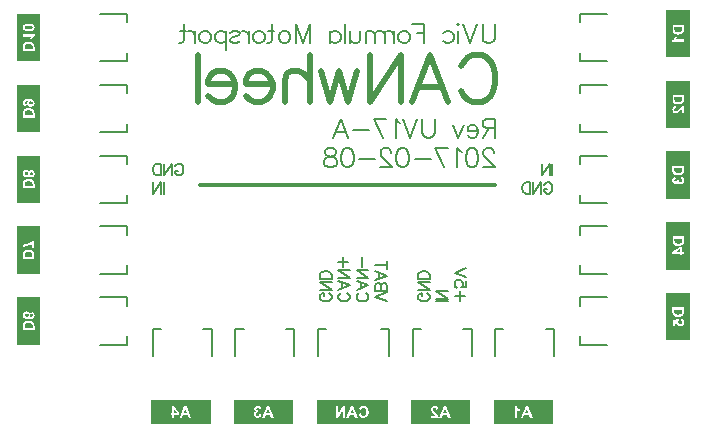
<source format=gbo>
G04 Layer_Color=32896*
%FSLAX25Y25*%
%MOIN*%
G70*
G01*
G75*
%ADD32C,0.00787*%
%ADD33C,0.01968*%
%ADD36C,0.01181*%
%ADD78C,0.00591*%
G36*
X73622Y64173D02*
X65748D01*
Y79921D01*
X73622D01*
Y64173D01*
D02*
G37*
G36*
X130315Y14173D02*
X110630D01*
Y22047D01*
X130315D01*
Y14173D01*
D02*
G37*
G36*
X244488D02*
X224803D01*
Y22047D01*
X244488D01*
Y14173D01*
D02*
G37*
G36*
X290158Y41929D02*
X282283D01*
Y57677D01*
X290158D01*
Y41929D01*
D02*
G37*
G36*
X157874Y14173D02*
X138189D01*
Y22047D01*
X157874D01*
Y14173D01*
D02*
G37*
G36*
X73622Y111417D02*
X65748D01*
Y127165D01*
X73622D01*
Y111417D01*
D02*
G37*
G36*
X73622Y135039D02*
X65748D01*
Y150787D01*
X73622D01*
Y135039D01*
D02*
G37*
G36*
X290158Y136417D02*
X282283D01*
Y152165D01*
X290158D01*
Y136417D01*
D02*
G37*
G36*
X216929Y14173D02*
X197244D01*
Y22047D01*
X216929D01*
Y14173D01*
D02*
G37*
G36*
X189370D02*
X165748D01*
Y22047D01*
X189370D01*
Y14173D01*
D02*
G37*
G36*
X290158Y65551D02*
X282283D01*
Y81299D01*
X290158D01*
Y65551D01*
D02*
G37*
G36*
X290158Y112795D02*
X282283D01*
Y128543D01*
X290158D01*
Y112795D01*
D02*
G37*
G36*
X73622Y40551D02*
X65748D01*
Y56299D01*
X73622D01*
Y40551D01*
D02*
G37*
G36*
X290158Y89173D02*
X282283D01*
Y104921D01*
X290158D01*
Y89173D01*
D02*
G37*
G36*
X73622Y87795D02*
X65748D01*
Y103543D01*
X73622D01*
Y87795D01*
D02*
G37*
%LPC*%
G36*
X71548Y75159D02*
X71016D01*
X71010Y75154D01*
X71004Y75148D01*
X70981Y75130D01*
X70957Y75107D01*
X70928Y75077D01*
X70887Y75042D01*
X70840Y75002D01*
X70788Y74961D01*
X70729Y74914D01*
X70665Y74867D01*
X70589Y74814D01*
X70513Y74756D01*
X70425Y74703D01*
X70337Y74645D01*
X70238Y74580D01*
X70133Y74522D01*
X70127Y74516D01*
X70109Y74510D01*
X70074Y74493D01*
X70033Y74469D01*
X69980Y74440D01*
X69916Y74411D01*
X69846Y74375D01*
X69764Y74340D01*
X69676Y74300D01*
X69583Y74259D01*
X69483Y74218D01*
X69378Y74177D01*
X69150Y74101D01*
X68910Y74030D01*
X68904D01*
X68881Y74024D01*
X68846Y74013D01*
X68805Y74007D01*
X68746Y73989D01*
X68682Y73978D01*
X68606Y73960D01*
X68524Y73949D01*
X68436Y73931D01*
X68348Y73913D01*
X68155Y73890D01*
X67956Y73872D01*
X67763Y73867D01*
Y73159D01*
X67798D01*
X67839Y73165D01*
X67898D01*
X67974Y73170D01*
X68056Y73182D01*
X68155Y73194D01*
X68261Y73206D01*
X68378Y73223D01*
X68506Y73247D01*
X68641Y73276D01*
X68775Y73305D01*
X68922Y73340D01*
X69074Y73381D01*
X69226Y73434D01*
X69378Y73486D01*
X69390Y73492D01*
X69413Y73498D01*
X69460Y73521D01*
X69518Y73545D01*
X69589Y73574D01*
X69676Y73609D01*
X69770Y73656D01*
X69875Y73709D01*
X69986Y73761D01*
X70103Y73826D01*
X70355Y73966D01*
X70612Y74130D01*
X70864Y74311D01*
Y72644D01*
X71548D01*
Y75159D01*
D02*
G37*
G36*
X69647Y72147D02*
X69565D01*
X69524Y72141D01*
X69477D01*
X69366Y72129D01*
X69238Y72117D01*
X69103Y72094D01*
X68963Y72065D01*
X68828Y72024D01*
X68822D01*
X68810Y72018D01*
X68787Y72012D01*
X68758Y72000D01*
X68723Y71983D01*
X68682Y71965D01*
X68588Y71918D01*
X68477Y71860D01*
X68366Y71790D01*
X68255Y71708D01*
X68149Y71614D01*
X68144Y71603D01*
X68114Y71579D01*
X68079Y71532D01*
X68038Y71474D01*
X67986Y71392D01*
X67933Y71298D01*
X67886Y71193D01*
X67839Y71070D01*
X67834Y71059D01*
X67828Y71023D01*
X67816Y70971D01*
X67804Y70889D01*
X67787Y70795D01*
X67775Y70678D01*
X67769Y70538D01*
X67763Y70386D01*
Y68935D01*
X71607D01*
Y70345D01*
Y70351D01*
Y70368D01*
Y70392D01*
Y70427D01*
Y70462D01*
X71601Y70509D01*
X71595Y70614D01*
X71589Y70737D01*
X71578Y70854D01*
X71554Y70971D01*
X71531Y71076D01*
Y71082D01*
X71525Y71094D01*
X71519Y71111D01*
X71513Y71135D01*
X71484Y71193D01*
X71449Y71275D01*
X71402Y71363D01*
X71338Y71456D01*
X71262Y71556D01*
X71174Y71649D01*
Y71655D01*
X71162Y71661D01*
X71127Y71690D01*
X71074Y71731D01*
X71004Y71790D01*
X70911Y71848D01*
X70805Y71907D01*
X70688Y71965D01*
X70554Y72018D01*
X70548D01*
X70536Y72024D01*
X70519Y72030D01*
X70489Y72035D01*
X70454Y72047D01*
X70407Y72059D01*
X70361Y72071D01*
X70302Y72082D01*
X70238Y72094D01*
X70174Y72106D01*
X70016Y72129D01*
X69840Y72141D01*
X69647Y72147D01*
D02*
G37*
%LPD*%
G36*
X69834Y71339D02*
X69934Y71333D01*
X70045Y71328D01*
X70156Y71310D01*
X70267Y71293D01*
X70361Y71263D01*
X70372Y71258D01*
X70402Y71252D01*
X70443Y71234D01*
X70495Y71211D01*
X70560Y71176D01*
X70618Y71140D01*
X70682Y71100D01*
X70735Y71047D01*
X70741Y71041D01*
X70758Y71023D01*
X70782Y70988D01*
X70811Y70947D01*
X70840Y70901D01*
X70870Y70836D01*
X70893Y70766D01*
X70916Y70690D01*
Y70684D01*
X70922Y70655D01*
X70928Y70614D01*
X70940Y70550D01*
Y70509D01*
X70946Y70462D01*
Y70415D01*
X70951Y70357D01*
Y70292D01*
X70957Y70222D01*
Y70140D01*
Y70058D01*
Y69713D01*
X68413D01*
Y70286D01*
Y70292D01*
Y70298D01*
Y70316D01*
Y70339D01*
Y70398D01*
X68419Y70468D01*
Y70538D01*
X68430Y70620D01*
X68436Y70690D01*
X68448Y70749D01*
Y70754D01*
X68459Y70784D01*
X68471Y70819D01*
X68483Y70860D01*
X68536Y70965D01*
X68565Y71018D01*
X68606Y71064D01*
X68612Y71070D01*
X68629Y71088D01*
X68652Y71105D01*
X68693Y71135D01*
X68746Y71170D01*
X68810Y71199D01*
X68887Y71234D01*
X68974Y71263D01*
X68980D01*
X68986Y71269D01*
X69003D01*
X69021Y71275D01*
X69080Y71287D01*
X69161Y71304D01*
X69261Y71322D01*
X69384Y71333D01*
X69524Y71339D01*
X69682Y71345D01*
X69793D01*
X69834Y71339D01*
D02*
G37*
%LPC*%
G36*
X118200Y20038D02*
X117580D01*
Y17598D01*
X117106D01*
Y16955D01*
X117580D01*
Y16183D01*
X118293D01*
Y16955D01*
X119867D01*
Y17593D01*
X118200Y20038D01*
D02*
G37*
G36*
X122347Y20026D02*
X121528D01*
X119984Y16183D01*
X120826D01*
X121154Y17054D01*
X122704D01*
X123020Y16183D01*
X123839D01*
X122347Y20026D01*
D02*
G37*
%LPD*%
G36*
X119183Y17598D02*
X118293D01*
Y18915D01*
X119183Y17598D01*
D02*
G37*
G36*
X122464Y17704D02*
X121405D01*
X121944Y19131D01*
X122464Y17704D01*
D02*
G37*
%LPC*%
G36*
X236149Y20026D02*
X235330D01*
X233786Y16183D01*
X234628D01*
X234956Y17054D01*
X236506D01*
X236822Y16183D01*
X237641D01*
X236149Y20026D01*
D02*
G37*
G36*
X232253Y20038D02*
X231650D01*
Y16183D01*
X232388D01*
Y18956D01*
X232393Y18950D01*
X232405Y18938D01*
X232429Y18920D01*
X232458Y18891D01*
X232499Y18862D01*
X232545Y18827D01*
X232598Y18786D01*
X232663Y18745D01*
X232727Y18698D01*
X232803Y18651D01*
X232961Y18564D01*
X233142Y18476D01*
X233341Y18400D01*
Y19067D01*
X233335D01*
X233329Y19073D01*
X233312Y19078D01*
X233289Y19084D01*
X233230Y19108D01*
X233154Y19149D01*
X233060Y19195D01*
X232955Y19260D01*
X232838Y19330D01*
X232715Y19424D01*
X232709Y19429D01*
X232698Y19435D01*
X232680Y19453D01*
X232663Y19470D01*
X232604Y19523D01*
X232528Y19599D01*
X232452Y19687D01*
X232376Y19792D01*
X232306Y19909D01*
X232253Y20038D01*
D02*
G37*
%LPD*%
G36*
X236266Y17704D02*
X235207D01*
X235746Y19131D01*
X236266Y17704D01*
D02*
G37*
%LPC*%
G36*
X288107Y52953D02*
X284264D01*
Y51544D01*
Y51538D01*
Y51520D01*
Y51497D01*
Y51462D01*
Y51427D01*
X284269Y51380D01*
X284275Y51275D01*
X284281Y51152D01*
X284293Y51035D01*
X284316Y50918D01*
X284340Y50812D01*
Y50806D01*
X284346Y50795D01*
X284351Y50777D01*
X284357Y50754D01*
X284386Y50695D01*
X284422Y50613D01*
X284468Y50526D01*
X284533Y50432D01*
X284609Y50333D01*
X284697Y50239D01*
Y50233D01*
X284708Y50227D01*
X284743Y50198D01*
X284796Y50157D01*
X284866Y50099D01*
X284960Y50040D01*
X285065Y49982D01*
X285182Y49923D01*
X285317Y49870D01*
X285322D01*
X285334Y49865D01*
X285352Y49859D01*
X285381Y49853D01*
X285416Y49841D01*
X285463Y49830D01*
X285510Y49818D01*
X285568Y49806D01*
X285632Y49794D01*
X285697Y49783D01*
X285855Y49759D01*
X286030Y49748D01*
X286223Y49742D01*
X286305D01*
X286346Y49748D01*
X286393D01*
X286504Y49759D01*
X286633Y49771D01*
X286768Y49794D01*
X286908Y49824D01*
X287042Y49865D01*
X287048D01*
X287060Y49870D01*
X287083Y49876D01*
X287113Y49888D01*
X287148Y49906D01*
X287189Y49923D01*
X287282Y49970D01*
X287393Y50028D01*
X287505Y50099D01*
X287616Y50181D01*
X287721Y50274D01*
X287727Y50286D01*
X287756Y50309D01*
X287791Y50356D01*
X287832Y50415D01*
X287885Y50496D01*
X287937Y50590D01*
X287984Y50695D01*
X288031Y50818D01*
X288037Y50830D01*
X288043Y50865D01*
X288054Y50918D01*
X288066Y50999D01*
X288084Y51093D01*
X288095Y51210D01*
X288101Y51350D01*
X288107Y51503D01*
Y52953D01*
D02*
G37*
G36*
X287124Y49233D02*
X287048Y48502D01*
X287060D01*
X287089Y48496D01*
X287136Y48484D01*
X287194Y48467D01*
X287253Y48443D01*
X287323Y48414D01*
X287388Y48373D01*
X287446Y48320D01*
X287452Y48314D01*
X287470Y48291D01*
X287493Y48262D01*
X287516Y48215D01*
X287540Y48162D01*
X287563Y48104D01*
X287581Y48034D01*
X287586Y47963D01*
Y47952D01*
X287581Y47922D01*
X287575Y47881D01*
X287563Y47829D01*
X287540Y47765D01*
X287505Y47700D01*
X287464Y47636D01*
X287399Y47571D01*
X287388Y47566D01*
X287364Y47548D01*
X287317Y47519D01*
X287259Y47490D01*
X287177Y47460D01*
X287083Y47431D01*
X286966Y47414D01*
X286838Y47408D01*
X286779D01*
X286715Y47414D01*
X286639Y47425D01*
X286551Y47449D01*
X286463Y47478D01*
X286375Y47519D01*
X286305Y47571D01*
X286299Y47577D01*
X286276Y47601D01*
X286247Y47636D01*
X286212Y47683D01*
X286182Y47741D01*
X286153Y47811D01*
X286130Y47893D01*
X286124Y47981D01*
Y47987D01*
Y47993D01*
Y48010D01*
X286130Y48034D01*
X286136Y48098D01*
X286159Y48174D01*
X286194Y48262D01*
X286241Y48361D01*
X286311Y48455D01*
X286358Y48507D01*
X286405Y48554D01*
X286323Y49145D01*
X284322Y48771D01*
Y46823D01*
X285012D01*
Y48215D01*
X285662Y48332D01*
X285656Y48320D01*
X285644Y48291D01*
X285621Y48238D01*
X285597Y48174D01*
X285580Y48104D01*
X285557Y48016D01*
X285545Y47922D01*
X285539Y47829D01*
Y47823D01*
Y47805D01*
Y47782D01*
X285545Y47747D01*
X285551Y47706D01*
X285557Y47653D01*
X285568Y47601D01*
X285586Y47542D01*
X285627Y47408D01*
X285656Y47343D01*
X285691Y47273D01*
X285732Y47203D01*
X285779Y47133D01*
X285831Y47063D01*
X285896Y46998D01*
X285902Y46992D01*
X285913Y46981D01*
X285931Y46969D01*
X285960Y46946D01*
X285995Y46916D01*
X286036Y46887D01*
X286089Y46858D01*
X286147Y46823D01*
X286212Y46793D01*
X286282Y46764D01*
X286358Y46735D01*
X286440Y46706D01*
X286528Y46682D01*
X286621Y46670D01*
X286721Y46659D01*
X286826Y46653D01*
X286873D01*
X286908Y46659D01*
X286949D01*
X286996Y46665D01*
X287048Y46676D01*
X287107Y46688D01*
X287241Y46717D01*
X287382Y46770D01*
X287528Y46834D01*
X287604Y46881D01*
X287674Y46928D01*
X287680Y46934D01*
X287698Y46946D01*
X287721Y46969D01*
X287750Y46998D01*
X287791Y47033D01*
X287832Y47080D01*
X287879Y47139D01*
X287926Y47197D01*
X287973Y47267D01*
X288019Y47349D01*
X288060Y47431D01*
X288101Y47525D01*
X288130Y47624D01*
X288154Y47735D01*
X288172Y47846D01*
X288177Y47969D01*
Y47975D01*
Y47993D01*
Y48022D01*
X288172Y48057D01*
Y48104D01*
X288160Y48156D01*
X288154Y48215D01*
X288142Y48279D01*
X288107Y48414D01*
X288060Y48560D01*
X287990Y48700D01*
X287943Y48771D01*
X287896Y48835D01*
X287891Y48841D01*
X287885Y48847D01*
X287867Y48864D01*
X287844Y48888D01*
X287815Y48917D01*
X287779Y48946D01*
X287738Y48975D01*
X287692Y49011D01*
X287581Y49081D01*
X287452Y49145D01*
X287294Y49198D01*
X287212Y49215D01*
X287124Y49233D01*
D02*
G37*
%LPD*%
G36*
X287458Y51602D02*
Y51596D01*
Y51590D01*
Y51573D01*
Y51549D01*
Y51491D01*
X287452Y51421D01*
Y51350D01*
X287440Y51269D01*
X287434Y51198D01*
X287423Y51140D01*
Y51134D01*
X287411Y51105D01*
X287399Y51070D01*
X287388Y51029D01*
X287335Y50924D01*
X287306Y50871D01*
X287265Y50824D01*
X287259Y50818D01*
X287241Y50801D01*
X287218Y50783D01*
X287177Y50754D01*
X287124Y50719D01*
X287060Y50690D01*
X286984Y50654D01*
X286896Y50625D01*
X286890D01*
X286884Y50619D01*
X286867D01*
X286849Y50613D01*
X286791Y50602D01*
X286709Y50584D01*
X286610Y50567D01*
X286487Y50555D01*
X286346Y50549D01*
X286188Y50543D01*
X286077D01*
X286036Y50549D01*
X285937Y50555D01*
X285826Y50561D01*
X285714Y50578D01*
X285603Y50596D01*
X285510Y50625D01*
X285498Y50631D01*
X285469Y50637D01*
X285428Y50654D01*
X285375Y50678D01*
X285311Y50713D01*
X285252Y50748D01*
X285188Y50789D01*
X285135Y50842D01*
X285129Y50847D01*
X285112Y50865D01*
X285088Y50900D01*
X285059Y50941D01*
X285030Y50988D01*
X285001Y51052D01*
X284977Y51122D01*
X284954Y51198D01*
Y51204D01*
X284948Y51234D01*
X284942Y51275D01*
X284930Y51339D01*
Y51380D01*
X284925Y51427D01*
Y51473D01*
X284919Y51532D01*
Y51596D01*
X284913Y51666D01*
Y51748D01*
Y51830D01*
Y52175D01*
X287458D01*
Y51602D01*
D02*
G37*
%LPC*%
G36*
X146034Y20073D02*
X145981D01*
X145946Y20067D01*
X145899Y20061D01*
X145846Y20055D01*
X145782Y20044D01*
X145718Y20032D01*
X145583Y19985D01*
X145507Y19962D01*
X145437Y19927D01*
X145367Y19886D01*
X145291Y19839D01*
X145226Y19786D01*
X145162Y19722D01*
X145156Y19716D01*
X145150Y19710D01*
X145139Y19693D01*
X145121Y19675D01*
X145074Y19617D01*
X145022Y19535D01*
X144975Y19441D01*
X144928Y19336D01*
X144899Y19213D01*
X144887Y19149D01*
Y19084D01*
Y19078D01*
Y19061D01*
X144893Y19038D01*
Y19002D01*
X144905Y18956D01*
X144916Y18909D01*
X144934Y18856D01*
X144957Y18798D01*
X144987Y18733D01*
X145022Y18669D01*
X145069Y18599D01*
X145121Y18534D01*
X145185Y18464D01*
X145262Y18400D01*
X145343Y18336D01*
X145443Y18277D01*
X145437D01*
X145425Y18271D01*
X145414D01*
X145390Y18265D01*
X145326Y18242D01*
X145256Y18213D01*
X145168Y18172D01*
X145080Y18113D01*
X144998Y18043D01*
X144916Y17961D01*
X144911Y17949D01*
X144887Y17920D01*
X144852Y17867D01*
X144817Y17797D01*
X144782Y17709D01*
X144747Y17604D01*
X144723Y17493D01*
X144718Y17364D01*
Y17358D01*
Y17341D01*
Y17318D01*
X144723Y17282D01*
X144729Y17236D01*
X144735Y17189D01*
X144747Y17130D01*
X144764Y17066D01*
X144811Y16931D01*
X144840Y16861D01*
X144875Y16791D01*
X144916Y16715D01*
X144969Y16645D01*
X145027Y16575D01*
X145092Y16504D01*
X145098Y16499D01*
X145109Y16487D01*
X145127Y16469D01*
X145156Y16452D01*
X145191Y16422D01*
X145238Y16393D01*
X145285Y16358D01*
X145343Y16329D01*
X145408Y16294D01*
X145478Y16259D01*
X145554Y16229D01*
X145636Y16206D01*
X145724Y16183D01*
X145811Y16165D01*
X145911Y16153D01*
X146010Y16148D01*
X146063D01*
X146098Y16153D01*
X146145Y16159D01*
X146197Y16165D01*
X146256Y16171D01*
X146315Y16183D01*
X146455Y16218D01*
X146601Y16276D01*
X146671Y16306D01*
X146747Y16346D01*
X146818Y16393D01*
X146882Y16446D01*
X146888Y16452D01*
X146894Y16458D01*
X146911Y16475D01*
X146935Y16499D01*
X146964Y16528D01*
X146993Y16569D01*
X147022Y16610D01*
X147057Y16657D01*
X147128Y16768D01*
X147192Y16902D01*
X147245Y17054D01*
X147262Y17142D01*
X147274Y17230D01*
X146560Y17318D01*
Y17312D01*
Y17306D01*
X146554Y17271D01*
X146543Y17224D01*
X146525Y17160D01*
X146502Y17095D01*
X146473Y17025D01*
X146432Y16955D01*
X146379Y16896D01*
X146373Y16891D01*
X146350Y16873D01*
X146320Y16849D01*
X146274Y16826D01*
X146221Y16803D01*
X146162Y16779D01*
X146092Y16762D01*
X146016Y16756D01*
X145975D01*
X145934Y16768D01*
X145882Y16779D01*
X145823Y16797D01*
X145759Y16826D01*
X145694Y16867D01*
X145630Y16926D01*
X145624Y16931D01*
X145607Y16961D01*
X145577Y16996D01*
X145548Y17048D01*
X145525Y17119D01*
X145495Y17201D01*
X145478Y17294D01*
X145472Y17399D01*
Y17405D01*
Y17411D01*
Y17446D01*
X145478Y17499D01*
X145490Y17563D01*
X145507Y17633D01*
X145536Y17704D01*
X145572Y17780D01*
X145624Y17844D01*
X145630Y17850D01*
X145653Y17867D01*
X145683Y17897D01*
X145729Y17926D01*
X145782Y17955D01*
X145846Y17985D01*
X145917Y18002D01*
X145993Y18008D01*
X146045D01*
X146086Y18002D01*
X146133Y17996D01*
X146192Y17985D01*
X146256Y17967D01*
X146326Y17949D01*
X146244Y18546D01*
X146197D01*
X146139Y18552D01*
X146075Y18558D01*
X146004Y18570D01*
X145928Y18593D01*
X145852Y18628D01*
X145788Y18669D01*
X145782Y18675D01*
X145765Y18692D01*
X145735Y18727D01*
X145706Y18768D01*
X145677Y18821D01*
X145648Y18885D01*
X145630Y18956D01*
X145624Y19038D01*
Y19043D01*
Y19073D01*
X145630Y19108D01*
X145636Y19149D01*
X145653Y19195D01*
X145671Y19248D01*
X145700Y19301D01*
X145741Y19347D01*
X145747Y19353D01*
X145765Y19365D01*
X145788Y19383D01*
X145823Y19406D01*
X145870Y19429D01*
X145923Y19447D01*
X145987Y19459D01*
X146057Y19465D01*
X146086D01*
X146122Y19459D01*
X146168Y19447D01*
X146221Y19429D01*
X146274Y19406D01*
X146332Y19377D01*
X146385Y19330D01*
X146391Y19324D01*
X146408Y19307D01*
X146426Y19277D01*
X146455Y19236D01*
X146484Y19178D01*
X146508Y19114D01*
X146531Y19038D01*
X146543Y18950D01*
X147221Y19061D01*
Y19067D01*
X147215Y19078D01*
Y19096D01*
X147210Y19119D01*
X147192Y19184D01*
X147169Y19266D01*
X147139Y19353D01*
X147104Y19447D01*
X147057Y19541D01*
X147011Y19623D01*
X147005Y19634D01*
X146981Y19658D01*
X146952Y19693D01*
X146905Y19745D01*
X146847Y19798D01*
X146783Y19851D01*
X146701Y19903D01*
X146613Y19950D01*
X146607D01*
X146601Y19956D01*
X146566Y19968D01*
X146513Y19991D01*
X146443Y20014D01*
X146355Y20032D01*
X146262Y20055D01*
X146151Y20067D01*
X146034Y20073D01*
D02*
G37*
G36*
X149854Y20061D02*
X149035D01*
X147490Y16218D01*
X148333D01*
X148660Y17089D01*
X150211D01*
X150526Y16218D01*
X151346D01*
X149854Y20061D01*
D02*
G37*
%LPD*%
G36*
X149971Y17739D02*
X148912D01*
X149450Y19166D01*
X149971Y17739D01*
D02*
G37*
%LPC*%
G36*
X69705Y122398D02*
X69606D01*
X69536Y122392D01*
X69448Y122386D01*
X69349Y122374D01*
X69238Y122363D01*
X69121Y122351D01*
X68869Y122304D01*
X68746Y122269D01*
X68617Y122234D01*
X68500Y122187D01*
X68383Y122134D01*
X68278Y122076D01*
X68185Y122006D01*
X68179Y122000D01*
X68167Y121988D01*
X68144Y121965D01*
X68114Y121935D01*
X68079Y121895D01*
X68038Y121848D01*
X67997Y121795D01*
X67956Y121731D01*
X67910Y121661D01*
X67869Y121584D01*
X67828Y121503D01*
X67793Y121415D01*
X67763Y121315D01*
X67740Y121216D01*
X67728Y121105D01*
X67722Y120994D01*
Y120988D01*
Y120976D01*
Y120953D01*
X67728Y120918D01*
Y120882D01*
X67734Y120836D01*
X67752Y120736D01*
X67781Y120619D01*
X67822Y120496D01*
X67880Y120374D01*
X67962Y120262D01*
X67968D01*
X67974Y120251D01*
X68009Y120216D01*
X68062Y120169D01*
X68144Y120116D01*
X68243Y120058D01*
X68366Y119999D01*
X68512Y119947D01*
X68676Y119911D01*
X68758Y120625D01*
X68746D01*
X68723Y120631D01*
X68682Y120637D01*
X68635Y120649D01*
X68582Y120666D01*
X68524Y120689D01*
X68477Y120719D01*
X68430Y120754D01*
X68424Y120760D01*
X68413Y120771D01*
X68401Y120801D01*
X68383Y120830D01*
X68360Y120877D01*
X68348Y120923D01*
X68337Y120982D01*
X68331Y121046D01*
Y121058D01*
X68337Y121087D01*
X68343Y121128D01*
X68354Y121181D01*
X68383Y121239D01*
X68419Y121304D01*
X68465Y121368D01*
X68536Y121432D01*
X68547Y121438D01*
X68559Y121450D01*
X68577Y121456D01*
X68606Y121473D01*
X68635Y121485D01*
X68676Y121503D01*
X68723Y121520D01*
X68781Y121532D01*
X68840Y121549D01*
X68910Y121567D01*
X68992Y121584D01*
X69080Y121602D01*
X69179Y121614D01*
X69290Y121625D01*
X69407Y121637D01*
X69401Y121631D01*
X69396Y121625D01*
X69378Y121608D01*
X69354Y121584D01*
X69308Y121526D01*
X69249Y121444D01*
X69185Y121345D01*
X69138Y121228D01*
X69097Y121093D01*
X69091Y121017D01*
X69085Y120941D01*
Y120935D01*
Y120923D01*
Y120900D01*
X69091Y120865D01*
X69097Y120824D01*
X69103Y120783D01*
X69126Y120678D01*
X69167Y120555D01*
X69197Y120491D01*
X69232Y120420D01*
X69273Y120356D01*
X69319Y120292D01*
X69372Y120227D01*
X69431Y120163D01*
X69436Y120157D01*
X69448Y120151D01*
X69466Y120134D01*
X69495Y120110D01*
X69530Y120087D01*
X69571Y120058D01*
X69618Y120028D01*
X69676Y119999D01*
X69741Y119970D01*
X69805Y119941D01*
X69881Y119911D01*
X69963Y119888D01*
X70144Y119847D01*
X70238Y119841D01*
X70343Y119835D01*
X70402D01*
X70443Y119841D01*
X70489Y119847D01*
X70548Y119853D01*
X70612Y119865D01*
X70683Y119876D01*
X70829Y119917D01*
X70911Y119947D01*
X70987Y119982D01*
X71069Y120023D01*
X71145Y120069D01*
X71215Y120122D01*
X71285Y120180D01*
X71291Y120186D01*
X71303Y120198D01*
X71320Y120216D01*
X71343Y120245D01*
X71367Y120280D01*
X71402Y120321D01*
X71431Y120368D01*
X71466Y120420D01*
X71501Y120479D01*
X71531Y120549D01*
X71566Y120619D01*
X71589Y120701D01*
X71613Y120783D01*
X71630Y120871D01*
X71642Y120964D01*
X71648Y121064D01*
Y121070D01*
Y121087D01*
Y121122D01*
X71642Y121163D01*
X71636Y121210D01*
X71624Y121269D01*
X71607Y121333D01*
X71589Y121403D01*
X71566Y121479D01*
X71537Y121555D01*
X71501Y121637D01*
X71455Y121713D01*
X71402Y121795D01*
X71343Y121877D01*
X71273Y121953D01*
X71191Y122023D01*
X71186Y122029D01*
X71168Y122041D01*
X71145Y122058D01*
X71104Y122082D01*
X71057Y122111D01*
X70992Y122140D01*
X70922Y122175D01*
X70835Y122211D01*
X70741Y122246D01*
X70630Y122281D01*
X70507Y122310D01*
X70372Y122339D01*
X70226Y122363D01*
X70068Y122380D01*
X69893Y122392D01*
X69705Y122398D01*
D02*
G37*
G36*
X69676Y119397D02*
X69594D01*
X69553Y119391D01*
X69507D01*
X69396Y119379D01*
X69267Y119367D01*
X69132Y119344D01*
X68992Y119315D01*
X68857Y119274D01*
X68851D01*
X68840Y119268D01*
X68816Y119262D01*
X68787Y119250D01*
X68752Y119233D01*
X68711Y119215D01*
X68617Y119168D01*
X68506Y119110D01*
X68395Y119040D01*
X68284Y118958D01*
X68179Y118864D01*
X68173Y118853D01*
X68144Y118829D01*
X68108Y118782D01*
X68068Y118724D01*
X68015Y118642D01*
X67962Y118548D01*
X67915Y118443D01*
X67869Y118320D01*
X67863Y118308D01*
X67857Y118273D01*
X67845Y118221D01*
X67834Y118139D01*
X67816Y118045D01*
X67804Y117928D01*
X67798Y117788D01*
X67793Y117636D01*
Y116185D01*
X71636D01*
Y117595D01*
Y117601D01*
Y117618D01*
Y117642D01*
Y117677D01*
Y117712D01*
X71630Y117759D01*
X71624Y117864D01*
X71618Y117987D01*
X71607Y118104D01*
X71583Y118221D01*
X71560Y118326D01*
Y118332D01*
X71554Y118344D01*
X71548Y118361D01*
X71542Y118385D01*
X71513Y118443D01*
X71478Y118525D01*
X71431Y118613D01*
X71367Y118706D01*
X71291Y118806D01*
X71203Y118899D01*
Y118905D01*
X71191Y118911D01*
X71156Y118940D01*
X71104Y118981D01*
X71034Y119040D01*
X70940Y119098D01*
X70835Y119157D01*
X70718Y119215D01*
X70583Y119268D01*
X70577D01*
X70565Y119274D01*
X70548Y119280D01*
X70519Y119286D01*
X70484Y119297D01*
X70437Y119309D01*
X70390Y119321D01*
X70332Y119332D01*
X70267Y119344D01*
X70203Y119356D01*
X70045Y119379D01*
X69869Y119391D01*
X69676Y119397D01*
D02*
G37*
%LPD*%
G36*
X70407Y121567D02*
X70489Y121555D01*
X70577Y121532D01*
X70671Y121503D01*
X70758Y121462D01*
X70840Y121409D01*
X70846Y121403D01*
X70870Y121380D01*
X70905Y121345D01*
X70940Y121298D01*
X70975Y121245D01*
X71010Y121181D01*
X71034Y121105D01*
X71039Y121029D01*
Y121017D01*
Y120994D01*
X71034Y120959D01*
X71022Y120912D01*
X70998Y120853D01*
X70969Y120801D01*
X70928Y120742D01*
X70876Y120689D01*
X70870Y120684D01*
X70846Y120672D01*
X70805Y120649D01*
X70747Y120625D01*
X70677Y120602D01*
X70583Y120578D01*
X70472Y120567D01*
X70343Y120561D01*
X70285D01*
X70214Y120567D01*
X70133Y120578D01*
X70045Y120596D01*
X69951Y120619D01*
X69869Y120654D01*
X69793Y120701D01*
X69787Y120707D01*
X69770Y120730D01*
X69741Y120760D01*
X69711Y120801D01*
X69676Y120853D01*
X69653Y120918D01*
X69630Y120988D01*
X69624Y121070D01*
Y121081D01*
Y121105D01*
X69635Y121146D01*
X69647Y121193D01*
X69665Y121251D01*
X69694Y121310D01*
X69735Y121368D01*
X69787Y121427D01*
X69793Y121432D01*
X69817Y121450D01*
X69858Y121473D01*
X69916Y121503D01*
X69986Y121526D01*
X70068Y121549D01*
X70168Y121567D01*
X70285Y121573D01*
X70343D01*
X70407Y121567D01*
D02*
G37*
G36*
X69863Y118589D02*
X69963Y118584D01*
X70074Y118578D01*
X70185Y118560D01*
X70296Y118543D01*
X70390Y118513D01*
X70402Y118507D01*
X70431Y118502D01*
X70472Y118484D01*
X70525Y118461D01*
X70589Y118426D01*
X70647Y118390D01*
X70712Y118350D01*
X70764Y118297D01*
X70770Y118291D01*
X70788Y118273D01*
X70811Y118238D01*
X70840Y118197D01*
X70870Y118151D01*
X70899Y118086D01*
X70922Y118016D01*
X70946Y117940D01*
Y117934D01*
X70952Y117905D01*
X70957Y117864D01*
X70969Y117800D01*
Y117759D01*
X70975Y117712D01*
Y117665D01*
X70981Y117606D01*
Y117542D01*
X70987Y117472D01*
Y117390D01*
Y117308D01*
Y116963D01*
X68442D01*
Y117536D01*
Y117542D01*
Y117548D01*
Y117566D01*
Y117589D01*
Y117648D01*
X68448Y117718D01*
Y117788D01*
X68459Y117870D01*
X68465Y117940D01*
X68477Y117999D01*
Y118004D01*
X68489Y118034D01*
X68500Y118069D01*
X68512Y118110D01*
X68565Y118215D01*
X68594Y118268D01*
X68635Y118314D01*
X68641Y118320D01*
X68658Y118338D01*
X68682Y118355D01*
X68723Y118385D01*
X68775Y118420D01*
X68840Y118449D01*
X68916Y118484D01*
X69003Y118513D01*
X69009D01*
X69015Y118519D01*
X69033D01*
X69050Y118525D01*
X69109Y118537D01*
X69191Y118554D01*
X69290Y118572D01*
X69413Y118584D01*
X69553Y118589D01*
X69711Y118595D01*
X69823D01*
X69863Y118589D01*
D02*
G37*
%LPC*%
G36*
X69676Y141533D02*
X69594D01*
X69553Y141527D01*
X69507D01*
X69396Y141515D01*
X69267Y141504D01*
X69132Y141480D01*
X68992Y141451D01*
X68857Y141410D01*
X68851D01*
X68840Y141404D01*
X68816Y141398D01*
X68787Y141386D01*
X68752Y141369D01*
X68711Y141351D01*
X68617Y141305D01*
X68506Y141246D01*
X68395Y141176D01*
X68284Y141094D01*
X68179Y141000D01*
X68173Y140989D01*
X68144Y140965D01*
X68108Y140919D01*
X68068Y140860D01*
X68015Y140778D01*
X67962Y140684D01*
X67915Y140579D01*
X67869Y140456D01*
X67863Y140445D01*
X67857Y140410D01*
X67845Y140357D01*
X67834Y140275D01*
X67816Y140181D01*
X67804Y140064D01*
X67798Y139924D01*
X67793Y139772D01*
Y138321D01*
X71636D01*
Y139731D01*
Y139737D01*
Y139754D01*
Y139778D01*
Y139813D01*
Y139848D01*
X71630Y139895D01*
X71624Y140000D01*
X71618Y140123D01*
X71607Y140240D01*
X71583Y140357D01*
X71560Y140462D01*
Y140468D01*
X71554Y140480D01*
X71548Y140497D01*
X71542Y140521D01*
X71513Y140579D01*
X71478Y140661D01*
X71431Y140749D01*
X71367Y140842D01*
X71291Y140942D01*
X71203Y141035D01*
Y141041D01*
X71191Y141047D01*
X71156Y141077D01*
X71104Y141117D01*
X71034Y141176D01*
X70940Y141234D01*
X70835Y141293D01*
X70718Y141351D01*
X70583Y141404D01*
X70577D01*
X70565Y141410D01*
X70548Y141416D01*
X70519Y141422D01*
X70484Y141433D01*
X70437Y141445D01*
X70390Y141457D01*
X70331Y141468D01*
X70267Y141480D01*
X70203Y141492D01*
X70045Y141515D01*
X69869Y141527D01*
X69676Y141533D01*
D02*
G37*
G36*
X71648Y143920D02*
X67793D01*
Y143183D01*
X70565D01*
X70560Y143177D01*
X70548Y143165D01*
X70530Y143141D01*
X70501Y143112D01*
X70472Y143071D01*
X70437Y143025D01*
X70396Y142972D01*
X70355Y142908D01*
X70308Y142843D01*
X70261Y142767D01*
X70174Y142609D01*
X70086Y142428D01*
X70010Y142229D01*
X70677D01*
Y142235D01*
X70682Y142241D01*
X70688Y142258D01*
X70694Y142282D01*
X70718Y142340D01*
X70758Y142416D01*
X70805Y142510D01*
X70870Y142615D01*
X70940Y142732D01*
X71034Y142855D01*
X71039Y142861D01*
X71045Y142872D01*
X71063Y142890D01*
X71080Y142908D01*
X71133Y142966D01*
X71209Y143042D01*
X71297Y143118D01*
X71402Y143194D01*
X71519Y143264D01*
X71648Y143317D01*
Y143920D01*
D02*
G37*
G36*
X69682Y147506D02*
X69577D01*
X69507Y147500D01*
X69413Y147494D01*
X69314Y147488D01*
X69197Y147476D01*
X69074Y147459D01*
X68816Y147412D01*
X68688Y147383D01*
X68559Y147348D01*
X68436Y147301D01*
X68319Y147248D01*
X68208Y147190D01*
X68114Y147125D01*
X68108Y147119D01*
X68097Y147114D01*
X68079Y147096D01*
X68056Y147067D01*
X68021Y147038D01*
X67991Y146997D01*
X67956Y146956D01*
X67921Y146903D01*
X67880Y146845D01*
X67845Y146780D01*
X67816Y146704D01*
X67787Y146628D01*
X67757Y146546D01*
X67740Y146458D01*
X67728Y146359D01*
X67722Y146260D01*
Y146254D01*
Y146236D01*
X67728Y146207D01*
Y146166D01*
X67734Y146119D01*
X67746Y146066D01*
X67757Y146002D01*
X67775Y145938D01*
X67798Y145868D01*
X67828Y145792D01*
X67863Y145715D01*
X67904Y145640D01*
X67950Y145563D01*
X68009Y145493D01*
X68073Y145417D01*
X68149Y145353D01*
X68155Y145347D01*
X68173Y145341D01*
X68196Y145324D01*
X68237Y145300D01*
X68284Y145277D01*
X68342Y145247D01*
X68419Y145212D01*
X68506Y145183D01*
X68606Y145154D01*
X68717Y145119D01*
X68840Y145090D01*
X68980Y145066D01*
X69138Y145043D01*
X69302Y145031D01*
X69489Y145019D01*
X69688Y145013D01*
X69793D01*
X69863Y145019D01*
X69957Y145025D01*
X70056Y145031D01*
X70168Y145043D01*
X70290Y145060D01*
X70548Y145107D01*
X70677Y145136D01*
X70805Y145171D01*
X70928Y145212D01*
X71045Y145265D01*
X71156Y145324D01*
X71250Y145388D01*
X71256Y145394D01*
X71267Y145400D01*
X71285Y145423D01*
X71314Y145446D01*
X71343Y145476D01*
X71379Y145517D01*
X71414Y145563D01*
X71449Y145616D01*
X71484Y145675D01*
X71525Y145739D01*
X71554Y145809D01*
X71583Y145885D01*
X71613Y145973D01*
X71630Y146061D01*
X71642Y146160D01*
X71648Y146260D01*
Y146265D01*
Y146283D01*
Y146312D01*
X71642Y146353D01*
X71636Y146400D01*
X71624Y146453D01*
X71613Y146511D01*
X71595Y146575D01*
X71578Y146646D01*
X71548Y146716D01*
X71519Y146792D01*
X71478Y146862D01*
X71431Y146932D01*
X71379Y147002D01*
X71314Y147067D01*
X71244Y147131D01*
X71238Y147137D01*
X71221Y147149D01*
X71191Y147166D01*
X71156Y147190D01*
X71104Y147219D01*
X71039Y147248D01*
X70963Y147283D01*
X70876Y147318D01*
X70770Y147353D01*
X70659Y147389D01*
X70530Y147418D01*
X70390Y147447D01*
X70232Y147470D01*
X70062Y147488D01*
X69881Y147500D01*
X69682Y147506D01*
D02*
G37*
%LPD*%
G36*
X69863Y140726D02*
X69963Y140720D01*
X70074Y140714D01*
X70185Y140696D01*
X70296Y140679D01*
X70390Y140649D01*
X70402Y140644D01*
X70431Y140638D01*
X70472Y140620D01*
X70525Y140597D01*
X70589Y140562D01*
X70647Y140527D01*
X70712Y140486D01*
X70764Y140433D01*
X70770Y140427D01*
X70788Y140410D01*
X70811Y140375D01*
X70840Y140333D01*
X70870Y140287D01*
X70899Y140222D01*
X70922Y140152D01*
X70946Y140076D01*
Y140070D01*
X70951Y140041D01*
X70957Y140000D01*
X70969Y139936D01*
Y139895D01*
X70975Y139848D01*
Y139801D01*
X70981Y139743D01*
Y139678D01*
X70987Y139608D01*
Y139526D01*
Y139444D01*
Y139099D01*
X68442D01*
Y139673D01*
Y139678D01*
Y139684D01*
Y139702D01*
Y139725D01*
Y139784D01*
X68448Y139854D01*
Y139924D01*
X68459Y140006D01*
X68465Y140076D01*
X68477Y140135D01*
Y140140D01*
X68489Y140170D01*
X68500Y140205D01*
X68512Y140246D01*
X68565Y140351D01*
X68594Y140404D01*
X68635Y140451D01*
X68641Y140456D01*
X68658Y140474D01*
X68682Y140491D01*
X68723Y140521D01*
X68775Y140556D01*
X68840Y140585D01*
X68916Y140620D01*
X69003Y140649D01*
X69009D01*
X69015Y140655D01*
X69033D01*
X69050Y140661D01*
X69109Y140673D01*
X69191Y140690D01*
X69290Y140708D01*
X69413Y140720D01*
X69553Y140726D01*
X69711Y140731D01*
X69823D01*
X69863Y140726D01*
D02*
G37*
G36*
X69910Y146722D02*
X70051D01*
X70209Y146710D01*
X70361Y146698D01*
X70431Y146693D01*
X70501Y146681D01*
X70560Y146669D01*
X70612Y146657D01*
X70624D01*
X70653Y146646D01*
X70694Y146634D01*
X70747Y146611D01*
X70864Y146558D01*
X70911Y146523D01*
X70951Y146488D01*
X70957Y146482D01*
X70963Y146470D01*
X70981Y146447D01*
X70998Y146423D01*
X71010Y146388D01*
X71028Y146347D01*
X71034Y146306D01*
X71039Y146260D01*
Y146254D01*
Y146236D01*
X71034Y146213D01*
X71028Y146178D01*
X71016Y146143D01*
X71004Y146102D01*
X70981Y146061D01*
X70951Y146020D01*
X70946Y146014D01*
X70934Y146002D01*
X70911Y145985D01*
X70881Y145961D01*
X70840Y145938D01*
X70788Y145909D01*
X70723Y145885D01*
X70647Y145862D01*
X70636D01*
X70618Y145856D01*
X70595Y145850D01*
X70560Y145844D01*
X70519Y145838D01*
X70472Y145833D01*
X70419Y145827D01*
X70355Y145821D01*
X70285Y145815D01*
X70209Y145809D01*
X70121Y145803D01*
X70021Y145797D01*
X69916D01*
X69805Y145792D01*
X69518D01*
X69454Y145797D01*
X69314D01*
X69156Y145809D01*
X69003Y145821D01*
X68927Y145827D01*
X68863Y145833D01*
X68799Y145844D01*
X68746Y145856D01*
X68734Y145862D01*
X68705Y145868D01*
X68664Y145879D01*
X68612Y145903D01*
X68553Y145926D01*
X68500Y145949D01*
X68454Y145985D01*
X68413Y146020D01*
X68407Y146026D01*
X68401Y146037D01*
X68389Y146061D01*
X68372Y146090D01*
X68354Y146125D01*
X68342Y146166D01*
X68337Y146213D01*
X68331Y146260D01*
Y146265D01*
Y146283D01*
X68337Y146306D01*
X68342Y146336D01*
X68366Y146412D01*
X68383Y146447D01*
X68413Y146488D01*
X68419Y146494D01*
X68430Y146505D01*
X68454Y146523D01*
X68483Y146546D01*
X68524Y146575D01*
X68576Y146599D01*
X68641Y146628D01*
X68717Y146651D01*
X68723D01*
X68729Y146657D01*
X68746D01*
X68775Y146663D01*
X68805Y146669D01*
X68846Y146675D01*
X68892Y146681D01*
X68945Y146693D01*
X69009Y146698D01*
X69080Y146704D01*
X69156Y146710D01*
X69243Y146716D01*
X69343Y146722D01*
X69448D01*
X69559Y146728D01*
X69846D01*
X69910Y146722D01*
D02*
G37*
%LPC*%
G36*
X285931Y143183D02*
X285264D01*
Y143177D01*
X285258Y143171D01*
X285252Y143154D01*
X285246Y143130D01*
X285223Y143072D01*
X285182Y142996D01*
X285135Y142902D01*
X285071Y142797D01*
X285001Y142680D01*
X284907Y142557D01*
X284901Y142551D01*
X284895Y142539D01*
X284878Y142522D01*
X284860Y142504D01*
X284808Y142446D01*
X284732Y142370D01*
X284644Y142294D01*
X284539Y142218D01*
X284422Y142147D01*
X284293Y142095D01*
Y141492D01*
X288148D01*
Y142229D01*
X285375D01*
X285381Y142235D01*
X285393Y142247D01*
X285410Y142270D01*
X285439Y142299D01*
X285469Y142340D01*
X285504Y142387D01*
X285545Y142440D01*
X285586Y142504D01*
X285632Y142569D01*
X285679Y142645D01*
X285767Y142803D01*
X285855Y142984D01*
X285931Y143183D01*
D02*
G37*
G36*
X288148Y147091D02*
X284305D01*
Y145681D01*
Y145675D01*
Y145657D01*
Y145634D01*
Y145599D01*
Y145564D01*
X284310Y145517D01*
X284316Y145412D01*
X284322Y145289D01*
X284334Y145172D01*
X284357Y145055D01*
X284381Y144949D01*
Y144944D01*
X284386Y144932D01*
X284392Y144914D01*
X284398Y144891D01*
X284427Y144833D01*
X284462Y144751D01*
X284509Y144663D01*
X284574Y144569D01*
X284650Y144470D01*
X284737Y144376D01*
Y144370D01*
X284749Y144365D01*
X284784Y144335D01*
X284837Y144294D01*
X284907Y144236D01*
X285001Y144177D01*
X285106Y144119D01*
X285223Y144060D01*
X285358Y144008D01*
X285363D01*
X285375Y144002D01*
X285393Y143996D01*
X285422Y143990D01*
X285457Y143978D01*
X285504Y143967D01*
X285551Y143955D01*
X285609Y143943D01*
X285673Y143932D01*
X285738Y143920D01*
X285896Y143896D01*
X286071Y143885D01*
X286264Y143879D01*
X286346D01*
X286387Y143885D01*
X286434D01*
X286545Y143896D01*
X286674Y143908D01*
X286808Y143932D01*
X286949Y143961D01*
X287083Y144002D01*
X287089D01*
X287101Y144008D01*
X287124Y144014D01*
X287154Y144025D01*
X287189Y144043D01*
X287230Y144060D01*
X287323Y144107D01*
X287434Y144166D01*
X287545Y144236D01*
X287657Y144318D01*
X287762Y144411D01*
X287768Y144423D01*
X287797Y144446D01*
X287832Y144493D01*
X287873Y144552D01*
X287926Y144634D01*
X287978Y144727D01*
X288025Y144833D01*
X288072Y144955D01*
X288078Y144967D01*
X288084Y145002D01*
X288095Y145055D01*
X288107Y145137D01*
X288125Y145230D01*
X288136Y145347D01*
X288142Y145488D01*
X288148Y145640D01*
Y147091D01*
D02*
G37*
%LPD*%
G36*
X287499Y145739D02*
Y145733D01*
Y145728D01*
Y145710D01*
Y145687D01*
Y145628D01*
X287493Y145558D01*
Y145488D01*
X287481Y145406D01*
X287475Y145336D01*
X287464Y145277D01*
Y145271D01*
X287452Y145242D01*
X287440Y145207D01*
X287428Y145166D01*
X287376Y145061D01*
X287347Y145008D01*
X287306Y144961D01*
X287300Y144955D01*
X287282Y144938D01*
X287259Y144920D01*
X287218Y144891D01*
X287165Y144856D01*
X287101Y144827D01*
X287025Y144791D01*
X286937Y144762D01*
X286931D01*
X286925Y144756D01*
X286908D01*
X286890Y144751D01*
X286832Y144739D01*
X286750Y144721D01*
X286650Y144704D01*
X286528Y144692D01*
X286387Y144686D01*
X286229Y144680D01*
X286118D01*
X286077Y144686D01*
X285978Y144692D01*
X285866Y144698D01*
X285755Y144715D01*
X285644Y144733D01*
X285551Y144762D01*
X285539Y144768D01*
X285510Y144774D01*
X285469Y144791D01*
X285416Y144815D01*
X285352Y144850D01*
X285293Y144885D01*
X285229Y144926D01*
X285176Y144979D01*
X285170Y144985D01*
X285153Y145002D01*
X285129Y145037D01*
X285100Y145078D01*
X285071Y145125D01*
X285042Y145189D01*
X285018Y145259D01*
X284995Y145336D01*
Y145341D01*
X284989Y145371D01*
X284983Y145412D01*
X284971Y145476D01*
Y145517D01*
X284966Y145564D01*
Y145610D01*
X284960Y145669D01*
Y145733D01*
X284954Y145804D01*
Y145886D01*
Y145967D01*
Y146312D01*
X287499D01*
Y145739D01*
D02*
G37*
%LPC*%
G36*
X208888Y20026D02*
X208069D01*
X206525Y16183D01*
X207367D01*
X207695Y17054D01*
X209245D01*
X209561Y16183D01*
X210380D01*
X208888Y20026D01*
D02*
G37*
G36*
X205109Y20038D02*
X204963D01*
X204922Y20032D01*
X204875Y20026D01*
X204817Y20020D01*
X204758Y20014D01*
X204688Y19997D01*
X204548Y19962D01*
X204396Y19909D01*
X204325Y19874D01*
X204249Y19833D01*
X204185Y19780D01*
X204121Y19728D01*
X204115Y19722D01*
X204109Y19716D01*
X204091Y19699D01*
X204068Y19675D01*
X204045Y19646D01*
X204015Y19605D01*
X203957Y19517D01*
X203898Y19406D01*
X203846Y19277D01*
X203805Y19131D01*
X203799Y19049D01*
X203793Y18967D01*
Y18956D01*
Y18926D01*
X203799Y18874D01*
X203805Y18809D01*
X203817Y18733D01*
X203834Y18651D01*
X203857Y18558D01*
X203887Y18470D01*
X203892Y18458D01*
X203904Y18429D01*
X203928Y18382D01*
X203957Y18324D01*
X203998Y18248D01*
X204050Y18166D01*
X204115Y18078D01*
X204185Y17985D01*
X204191Y17979D01*
X204208Y17955D01*
X204243Y17914D01*
X204296Y17862D01*
X204361Y17791D01*
X204448Y17704D01*
X204548Y17604D01*
X204671Y17493D01*
X204676Y17487D01*
X204688Y17481D01*
X204706Y17464D01*
X204723Y17440D01*
X204782Y17388D01*
X204852Y17318D01*
X204928Y17247D01*
X204998Y17177D01*
X205063Y17113D01*
X205086Y17089D01*
X205109Y17066D01*
X205115Y17060D01*
X205127Y17048D01*
X205144Y17031D01*
X205162Y17002D01*
X205215Y16943D01*
X205261Y16867D01*
X203793D01*
Y16183D01*
X206373D01*
Y16188D01*
Y16200D01*
X206367Y16224D01*
X206361Y16247D01*
X206355Y16282D01*
X206349Y16323D01*
X206326Y16417D01*
X206297Y16534D01*
X206250Y16657D01*
X206197Y16785D01*
X206127Y16914D01*
Y16920D01*
X206116Y16931D01*
X206104Y16949D01*
X206086Y16978D01*
X206057Y17013D01*
X206028Y17054D01*
X205987Y17107D01*
X205946Y17160D01*
X205893Y17224D01*
X205829Y17294D01*
X205765Y17370D01*
X205689Y17452D01*
X205601Y17540D01*
X205513Y17633D01*
X205408Y17733D01*
X205296Y17838D01*
X205291Y17844D01*
X205273Y17856D01*
X205250Y17885D01*
X205215Y17914D01*
X205180Y17949D01*
X205133Y17996D01*
X205033Y18090D01*
X204928Y18195D01*
X204829Y18300D01*
X204782Y18347D01*
X204741Y18388D01*
X204706Y18429D01*
X204682Y18464D01*
X204676Y18476D01*
X204659Y18505D01*
X204636Y18546D01*
X204606Y18605D01*
X204577Y18675D01*
X204554Y18751D01*
X204536Y18833D01*
X204530Y18915D01*
Y18926D01*
Y18956D01*
X204536Y19002D01*
X204548Y19055D01*
X204565Y19114D01*
X204589Y19178D01*
X204618Y19242D01*
X204665Y19295D01*
X204671Y19301D01*
X204688Y19318D01*
X204717Y19336D01*
X204758Y19365D01*
X204811Y19388D01*
X204875Y19406D01*
X204951Y19424D01*
X205033Y19429D01*
X205068D01*
X205115Y19424D01*
X205162Y19412D01*
X205221Y19394D01*
X205285Y19371D01*
X205343Y19336D01*
X205402Y19289D01*
X205408Y19283D01*
X205425Y19260D01*
X205443Y19230D01*
X205472Y19178D01*
X205495Y19114D01*
X205525Y19038D01*
X205542Y18938D01*
X205554Y18827D01*
X206285Y18897D01*
Y18903D01*
X206279Y18926D01*
Y18956D01*
X206268Y18996D01*
X206262Y19049D01*
X206244Y19102D01*
X206233Y19166D01*
X206209Y19236D01*
X206156Y19377D01*
X206086Y19523D01*
X206040Y19593D01*
X205993Y19658D01*
X205934Y19716D01*
X205876Y19769D01*
X205870Y19774D01*
X205858Y19780D01*
X205841Y19792D01*
X205811Y19810D01*
X205782Y19833D01*
X205741Y19857D01*
X205694Y19880D01*
X205636Y19903D01*
X205577Y19927D01*
X205513Y19950D01*
X205367Y19997D01*
X205203Y20026D01*
X205109Y20038D01*
D02*
G37*
%LPD*%
G36*
X209005Y17704D02*
X207947D01*
X208485Y19131D01*
X209005Y17704D01*
D02*
G37*
%LPC*%
G36*
X181233Y20096D02*
X181163D01*
X181116Y20090D01*
X181057Y20085D01*
X180987Y20073D01*
X180911Y20061D01*
X180829Y20044D01*
X180736Y20020D01*
X180648Y19991D01*
X180548Y19962D01*
X180455Y19921D01*
X180361Y19868D01*
X180268Y19816D01*
X180180Y19751D01*
X180092Y19675D01*
X180086D01*
X180080Y19663D01*
X180051Y19628D01*
X180004Y19576D01*
X179946Y19494D01*
X179882Y19394D01*
X179811Y19277D01*
X179747Y19137D01*
X179694Y18973D01*
X180461Y18792D01*
Y18798D01*
X180466Y18803D01*
X180472Y18839D01*
X180496Y18891D01*
X180525Y18961D01*
X180560Y19038D01*
X180613Y19114D01*
X180671Y19189D01*
X180747Y19260D01*
X180759Y19266D01*
X180788Y19289D01*
X180829Y19318D01*
X180894Y19347D01*
X180970Y19383D01*
X181063Y19406D01*
X181163Y19429D01*
X181274Y19435D01*
X181315D01*
X181344Y19429D01*
X181379Y19424D01*
X181420Y19418D01*
X181519Y19394D01*
X181631Y19359D01*
X181748Y19307D01*
X181800Y19271D01*
X181859Y19230D01*
X181912Y19178D01*
X181964Y19125D01*
Y19119D01*
X181976Y19114D01*
X181988Y19090D01*
X182005Y19067D01*
X182023Y19032D01*
X182046Y18991D01*
X182069Y18944D01*
X182093Y18885D01*
X182122Y18821D01*
X182146Y18751D01*
X182169Y18669D01*
X182186Y18575D01*
X182204Y18482D01*
X182216Y18371D01*
X182221Y18254D01*
X182227Y18131D01*
Y18125D01*
Y18101D01*
Y18060D01*
X182221Y18014D01*
Y17949D01*
X182216Y17885D01*
X182204Y17809D01*
X182192Y17727D01*
X182163Y17557D01*
X182116Y17382D01*
X182087Y17300D01*
X182052Y17224D01*
X182017Y17154D01*
X181970Y17089D01*
X181964Y17084D01*
X181958Y17078D01*
X181923Y17043D01*
X181865Y16996D01*
X181789Y16937D01*
X181689Y16879D01*
X181572Y16832D01*
X181438Y16797D01*
X181367Y16791D01*
X181291Y16785D01*
X181262D01*
X181239Y16791D01*
X181180Y16797D01*
X181110Y16809D01*
X181022Y16832D01*
X180935Y16867D01*
X180847Y16914D01*
X180759Y16978D01*
X180747Y16990D01*
X180724Y17013D01*
X180683Y17066D01*
X180636Y17130D01*
X180584Y17218D01*
X180531Y17329D01*
X180478Y17452D01*
X180437Y17604D01*
X179683Y17370D01*
Y17364D01*
X179689Y17341D01*
X179700Y17312D01*
X179718Y17265D01*
X179735Y17212D01*
X179759Y17154D01*
X179788Y17084D01*
X179823Y17013D01*
X179899Y16861D01*
X179999Y16703D01*
X180121Y16557D01*
X180186Y16487D01*
X180262Y16428D01*
X180268Y16422D01*
X180279Y16417D01*
X180303Y16399D01*
X180332Y16382D01*
X180373Y16358D01*
X180420Y16335D01*
X180478Y16306D01*
X180543Y16276D01*
X180613Y16247D01*
X180689Y16218D01*
X180771Y16194D01*
X180859Y16171D01*
X180958Y16153D01*
X181057Y16136D01*
X181168Y16130D01*
X181280Y16124D01*
X181315D01*
X181356Y16130D01*
X181408D01*
X181473Y16142D01*
X181549Y16153D01*
X181631Y16165D01*
X181724Y16188D01*
X181824Y16218D01*
X181923Y16253D01*
X182028Y16294D01*
X182134Y16346D01*
X182239Y16405D01*
X182344Y16475D01*
X182444Y16551D01*
X182537Y16645D01*
X182543Y16651D01*
X182561Y16668D01*
X182584Y16698D01*
X182614Y16738D01*
X182649Y16791D01*
X182695Y16855D01*
X182736Y16931D01*
X182783Y17019D01*
X182830Y17113D01*
X182871Y17224D01*
X182912Y17341D01*
X182953Y17470D01*
X182982Y17604D01*
X183005Y17751D01*
X183023Y17908D01*
X183029Y18072D01*
Y18084D01*
Y18113D01*
X183023Y18166D01*
Y18230D01*
X183011Y18312D01*
X183005Y18406D01*
X182988Y18505D01*
X182965Y18616D01*
X182941Y18739D01*
X182906Y18856D01*
X182871Y18985D01*
X182824Y19108D01*
X182766Y19230D01*
X182701Y19347D01*
X182625Y19459D01*
X182537Y19564D01*
X182532Y19570D01*
X182514Y19587D01*
X182485Y19611D01*
X182450Y19646D01*
X182397Y19687D01*
X182339Y19734D01*
X182268Y19780D01*
X182186Y19833D01*
X182099Y19880D01*
X181999Y19927D01*
X181894Y19973D01*
X181777Y20014D01*
X181654Y20050D01*
X181519Y20073D01*
X181379Y20090D01*
X181233Y20096D01*
D02*
G37*
G36*
X175143Y20032D02*
X174394D01*
X172809Y17452D01*
Y20032D01*
X172089D01*
Y16188D01*
X172867D01*
X174424Y18710D01*
Y16188D01*
X175143D01*
Y20032D01*
D02*
G37*
G36*
X177916D02*
X177097D01*
X175552Y16188D01*
X176395D01*
X176723Y17060D01*
X178273D01*
X178589Y16188D01*
X179408D01*
X177916Y20032D01*
D02*
G37*
%LPD*%
G36*
X178033Y17709D02*
X176974D01*
X177512Y19137D01*
X178033Y17709D01*
D02*
G37*
%LPC*%
G36*
X288148Y76596D02*
X284305D01*
Y75186D01*
Y75180D01*
Y75163D01*
Y75139D01*
Y75104D01*
Y75069D01*
X284310Y75022D01*
X284316Y74917D01*
X284322Y74794D01*
X284334Y74677D01*
X284357Y74560D01*
X284381Y74455D01*
Y74449D01*
X284386Y74437D01*
X284392Y74420D01*
X284398Y74396D01*
X284427Y74338D01*
X284462Y74256D01*
X284509Y74168D01*
X284574Y74075D01*
X284650Y73975D01*
X284737Y73882D01*
Y73876D01*
X284749Y73870D01*
X284784Y73841D01*
X284837Y73800D01*
X284907Y73741D01*
X285001Y73683D01*
X285106Y73624D01*
X285223Y73566D01*
X285358Y73513D01*
X285363D01*
X285375Y73507D01*
X285393Y73501D01*
X285422Y73495D01*
X285457Y73484D01*
X285504Y73472D01*
X285551Y73460D01*
X285609Y73449D01*
X285673Y73437D01*
X285738Y73425D01*
X285896Y73402D01*
X286071Y73390D01*
X286264Y73384D01*
X286346D01*
X286387Y73390D01*
X286434D01*
X286545Y73402D01*
X286674Y73413D01*
X286808Y73437D01*
X286949Y73466D01*
X287083Y73507D01*
X287089D01*
X287101Y73513D01*
X287124Y73519D01*
X287154Y73531D01*
X287189Y73548D01*
X287230Y73566D01*
X287323Y73612D01*
X287434Y73671D01*
X287545Y73741D01*
X287657Y73823D01*
X287762Y73917D01*
X287768Y73928D01*
X287797Y73952D01*
X287832Y73998D01*
X287873Y74057D01*
X287926Y74139D01*
X287978Y74233D01*
X288025Y74338D01*
X288072Y74461D01*
X288078Y74472D01*
X288084Y74507D01*
X288095Y74560D01*
X288107Y74642D01*
X288125Y74736D01*
X288136Y74853D01*
X288142Y74993D01*
X288148Y75145D01*
Y76596D01*
D02*
G37*
G36*
X287376Y73016D02*
X286738D01*
X284293Y71349D01*
Y70728D01*
X286732D01*
Y70254D01*
X287376D01*
Y70728D01*
X288148D01*
Y71442D01*
X287376D01*
Y73016D01*
D02*
G37*
%LPD*%
G36*
X287499Y75245D02*
Y75239D01*
Y75233D01*
Y75215D01*
Y75192D01*
Y75133D01*
X287493Y75063D01*
Y74993D01*
X287481Y74911D01*
X287475Y74841D01*
X287464Y74782D01*
Y74777D01*
X287452Y74747D01*
X287440Y74712D01*
X287428Y74671D01*
X287376Y74566D01*
X287347Y74513D01*
X287306Y74467D01*
X287300Y74461D01*
X287282Y74443D01*
X287259Y74426D01*
X287218Y74396D01*
X287165Y74361D01*
X287101Y74332D01*
X287025Y74297D01*
X286937Y74268D01*
X286931D01*
X286925Y74262D01*
X286908D01*
X286890Y74256D01*
X286832Y74244D01*
X286750Y74227D01*
X286650Y74209D01*
X286528Y74197D01*
X286387Y74192D01*
X286229Y74186D01*
X286118D01*
X286077Y74192D01*
X285978Y74197D01*
X285866Y74203D01*
X285755Y74221D01*
X285644Y74238D01*
X285551Y74268D01*
X285539Y74274D01*
X285510Y74279D01*
X285469Y74297D01*
X285416Y74320D01*
X285352Y74355D01*
X285293Y74391D01*
X285229Y74431D01*
X285176Y74484D01*
X285170Y74490D01*
X285153Y74507D01*
X285129Y74543D01*
X285100Y74584D01*
X285071Y74630D01*
X285042Y74695D01*
X285018Y74765D01*
X284995Y74841D01*
Y74847D01*
X284989Y74876D01*
X284983Y74917D01*
X284971Y74981D01*
Y75022D01*
X284966Y75069D01*
Y75116D01*
X284960Y75174D01*
Y75239D01*
X284954Y75309D01*
Y75391D01*
Y75473D01*
Y75818D01*
X287499D01*
Y75245D01*
D02*
G37*
G36*
X286732Y71442D02*
X285416D01*
X286732Y72331D01*
Y71442D01*
D02*
G37*
%LPC*%
G36*
X288148Y120152D02*
X288130D01*
X288107Y120146D01*
X288084Y120140D01*
X288049Y120134D01*
X288008Y120128D01*
X287914Y120105D01*
X287797Y120076D01*
X287674Y120029D01*
X287545Y119976D01*
X287417Y119906D01*
X287411D01*
X287399Y119894D01*
X287382Y119883D01*
X287352Y119865D01*
X287317Y119836D01*
X287276Y119807D01*
X287224Y119765D01*
X287171Y119725D01*
X287107Y119672D01*
X287036Y119608D01*
X286961Y119543D01*
X286879Y119467D01*
X286791Y119379D01*
X286697Y119292D01*
X286598Y119186D01*
X286492Y119075D01*
X286487Y119069D01*
X286475Y119052D01*
X286446Y119028D01*
X286416Y118993D01*
X286381Y118958D01*
X286334Y118911D01*
X286241Y118812D01*
X286136Y118707D01*
X286030Y118607D01*
X285984Y118560D01*
X285943Y118519D01*
X285902Y118484D01*
X285867Y118461D01*
X285855Y118455D01*
X285826Y118438D01*
X285785Y118414D01*
X285726Y118385D01*
X285656Y118356D01*
X285580Y118332D01*
X285498Y118315D01*
X285416Y118309D01*
X285375D01*
X285328Y118315D01*
X285276Y118326D01*
X285217Y118344D01*
X285153Y118367D01*
X285088Y118397D01*
X285036Y118443D01*
X285030Y118449D01*
X285012Y118467D01*
X284995Y118496D01*
X284966Y118537D01*
X284942Y118590D01*
X284925Y118654D01*
X284907Y118730D01*
X284901Y118812D01*
Y118824D01*
Y118847D01*
X284907Y118894D01*
X284919Y118941D01*
X284936Y118999D01*
X284960Y119063D01*
X284995Y119122D01*
X285042Y119181D01*
X285048Y119186D01*
X285071Y119204D01*
X285100Y119221D01*
X285153Y119251D01*
X285217Y119274D01*
X285293Y119303D01*
X285393Y119321D01*
X285504Y119333D01*
X285434Y120064D01*
X285428D01*
X285404Y120058D01*
X285375D01*
X285334Y120046D01*
X285282Y120041D01*
X285229Y120023D01*
X285165Y120011D01*
X285094Y119988D01*
X284954Y119935D01*
X284808Y119865D01*
X284737Y119818D01*
X284673Y119771D01*
X284615Y119713D01*
X284562Y119654D01*
X284556Y119649D01*
X284550Y119637D01*
X284539Y119619D01*
X284521Y119590D01*
X284498Y119561D01*
X284474Y119520D01*
X284451Y119473D01*
X284427Y119414D01*
X284404Y119356D01*
X284381Y119292D01*
X284334Y119145D01*
X284305Y118982D01*
X284293Y118888D01*
Y118794D01*
Y118789D01*
Y118771D01*
Y118742D01*
X284299Y118701D01*
X284305Y118654D01*
X284310Y118596D01*
X284316Y118537D01*
X284334Y118467D01*
X284369Y118326D01*
X284422Y118174D01*
X284457Y118104D01*
X284498Y118028D01*
X284550Y117964D01*
X284603Y117899D01*
X284609Y117894D01*
X284615Y117888D01*
X284632Y117870D01*
X284656Y117847D01*
X284685Y117823D01*
X284726Y117794D01*
X284813Y117736D01*
X284925Y117677D01*
X285053Y117624D01*
X285200Y117584D01*
X285282Y117578D01*
X285364Y117572D01*
X285404D01*
X285457Y117578D01*
X285521Y117584D01*
X285597Y117595D01*
X285679Y117613D01*
X285773Y117636D01*
X285861Y117665D01*
X285872Y117671D01*
X285902Y117683D01*
X285948Y117706D01*
X286007Y117736D01*
X286083Y117777D01*
X286165Y117829D01*
X286253Y117894D01*
X286346Y117964D01*
X286352Y117970D01*
X286375Y117987D01*
X286416Y118022D01*
X286469Y118075D01*
X286539Y118139D01*
X286627Y118227D01*
X286726Y118326D01*
X286838Y118449D01*
X286843Y118455D01*
X286849Y118467D01*
X286867Y118484D01*
X286890Y118502D01*
X286943Y118560D01*
X287013Y118631D01*
X287083Y118707D01*
X287154Y118777D01*
X287218Y118841D01*
X287241Y118865D01*
X287265Y118888D01*
X287271Y118894D01*
X287282Y118906D01*
X287300Y118923D01*
X287329Y118941D01*
X287388Y118993D01*
X287464Y119040D01*
Y117572D01*
X288148D01*
Y120152D01*
D02*
G37*
G36*
Y123767D02*
X284305D01*
Y122357D01*
Y122351D01*
Y122334D01*
Y122310D01*
Y122275D01*
Y122240D01*
X284310Y122193D01*
X284316Y122088D01*
X284322Y121965D01*
X284334Y121848D01*
X284357Y121731D01*
X284381Y121626D01*
Y121620D01*
X284386Y121608D01*
X284392Y121591D01*
X284398Y121567D01*
X284427Y121509D01*
X284463Y121427D01*
X284509Y121339D01*
X284574Y121246D01*
X284650Y121146D01*
X284737Y121053D01*
Y121047D01*
X284749Y121041D01*
X284784Y121012D01*
X284837Y120971D01*
X284907Y120912D01*
X285001Y120854D01*
X285106Y120795D01*
X285223Y120737D01*
X285358Y120684D01*
X285364D01*
X285375Y120678D01*
X285393Y120672D01*
X285422Y120666D01*
X285457Y120655D01*
X285504Y120643D01*
X285551Y120631D01*
X285609Y120620D01*
X285673Y120608D01*
X285738Y120596D01*
X285896Y120573D01*
X286071Y120561D01*
X286264Y120555D01*
X286346D01*
X286387Y120561D01*
X286434D01*
X286545Y120573D01*
X286674Y120584D01*
X286808Y120608D01*
X286949Y120637D01*
X287083Y120678D01*
X287089D01*
X287101Y120684D01*
X287124Y120690D01*
X287154Y120702D01*
X287189Y120719D01*
X287230Y120737D01*
X287323Y120783D01*
X287434Y120842D01*
X287545Y120912D01*
X287657Y120994D01*
X287762Y121088D01*
X287768Y121099D01*
X287797Y121123D01*
X287832Y121169D01*
X287873Y121228D01*
X287926Y121310D01*
X287978Y121404D01*
X288025Y121509D01*
X288072Y121632D01*
X288078Y121643D01*
X288084Y121678D01*
X288095Y121731D01*
X288107Y121813D01*
X288125Y121907D01*
X288136Y122024D01*
X288142Y122164D01*
X288148Y122316D01*
Y123767D01*
D02*
G37*
%LPD*%
G36*
X287499Y122416D02*
Y122410D01*
Y122404D01*
Y122386D01*
Y122363D01*
Y122304D01*
X287493Y122234D01*
Y122164D01*
X287481Y122082D01*
X287475Y122012D01*
X287464Y121953D01*
Y121948D01*
X287452Y121918D01*
X287440Y121883D01*
X287428Y121842D01*
X287376Y121737D01*
X287347Y121684D01*
X287306Y121637D01*
X287300Y121632D01*
X287282Y121614D01*
X287259Y121597D01*
X287218Y121567D01*
X287165Y121532D01*
X287101Y121503D01*
X287025Y121468D01*
X286937Y121439D01*
X286931D01*
X286925Y121433D01*
X286908D01*
X286890Y121427D01*
X286832Y121415D01*
X286750Y121398D01*
X286650Y121380D01*
X286528Y121368D01*
X286387Y121363D01*
X286229Y121357D01*
X286118D01*
X286077Y121363D01*
X285978Y121368D01*
X285867Y121374D01*
X285755Y121392D01*
X285644Y121409D01*
X285551Y121439D01*
X285539Y121444D01*
X285510Y121450D01*
X285469Y121468D01*
X285416Y121491D01*
X285352Y121526D01*
X285293Y121562D01*
X285229Y121602D01*
X285176Y121655D01*
X285170Y121661D01*
X285153Y121678D01*
X285129Y121714D01*
X285100Y121755D01*
X285071Y121801D01*
X285042Y121866D01*
X285018Y121936D01*
X284995Y122012D01*
Y122018D01*
X284989Y122047D01*
X284983Y122088D01*
X284971Y122152D01*
Y122193D01*
X284966Y122240D01*
Y122287D01*
X284960Y122345D01*
Y122410D01*
X284954Y122480D01*
Y122562D01*
Y122644D01*
Y122989D01*
X287499D01*
Y122416D01*
D02*
G37*
%LPC*%
G36*
X69676Y48501D02*
X69594D01*
X69553Y48495D01*
X69507D01*
X69396Y48484D01*
X69267Y48472D01*
X69132Y48449D01*
X68992Y48419D01*
X68857Y48378D01*
X68851D01*
X68840Y48373D01*
X68816Y48367D01*
X68787Y48355D01*
X68752Y48337D01*
X68711Y48320D01*
X68617Y48273D01*
X68506Y48215D01*
X68395Y48144D01*
X68284Y48063D01*
X68179Y47969D01*
X68173Y47957D01*
X68144Y47934D01*
X68108Y47887D01*
X68068Y47829D01*
X68015Y47747D01*
X67962Y47653D01*
X67915Y47548D01*
X67869Y47425D01*
X67863Y47413D01*
X67857Y47378D01*
X67845Y47325D01*
X67834Y47243D01*
X67816Y47150D01*
X67804Y47033D01*
X67798Y46892D01*
X67793Y46740D01*
Y45290D01*
X71636D01*
Y46699D01*
Y46705D01*
Y46723D01*
Y46746D01*
Y46781D01*
Y46816D01*
X71630Y46863D01*
X71624Y46968D01*
X71618Y47091D01*
X71607Y47208D01*
X71583Y47325D01*
X71560Y47431D01*
Y47436D01*
X71554Y47448D01*
X71548Y47466D01*
X71542Y47489D01*
X71513Y47548D01*
X71478Y47630D01*
X71431Y47717D01*
X71367Y47811D01*
X71291Y47910D01*
X71203Y48004D01*
Y48010D01*
X71191Y48016D01*
X71156Y48045D01*
X71104Y48086D01*
X71034Y48144D01*
X70940Y48203D01*
X70835Y48261D01*
X70718Y48320D01*
X70583Y48373D01*
X70577D01*
X70565Y48378D01*
X70548Y48384D01*
X70519Y48390D01*
X70484Y48402D01*
X70437Y48414D01*
X70390Y48425D01*
X70332Y48437D01*
X70267Y48449D01*
X70203Y48460D01*
X70045Y48484D01*
X69869Y48495D01*
X69676Y48501D01*
D02*
G37*
G36*
X69021Y51561D02*
X68963D01*
X68922Y51555D01*
X68875Y51549D01*
X68816Y51543D01*
X68752Y51531D01*
X68682Y51520D01*
X68530Y51473D01*
X68454Y51450D01*
X68372Y51415D01*
X68296Y51374D01*
X68220Y51327D01*
X68144Y51274D01*
X68073Y51210D01*
X68068Y51204D01*
X68056Y51192D01*
X68038Y51175D01*
X68021Y51145D01*
X67992Y51116D01*
X67962Y51075D01*
X67933Y51023D01*
X67898Y50970D01*
X67863Y50911D01*
X67834Y50841D01*
X67804Y50771D01*
X67775Y50689D01*
X67757Y50607D01*
X67740Y50520D01*
X67728Y50426D01*
X67722Y50326D01*
Y50321D01*
Y50303D01*
X67728Y50268D01*
Y50227D01*
X67734Y50180D01*
X67746Y50122D01*
X67757Y50057D01*
X67781Y49987D01*
X67804Y49911D01*
X67834Y49835D01*
X67869Y49753D01*
X67915Y49677D01*
X67962Y49595D01*
X68027Y49513D01*
X68091Y49437D01*
X68173Y49367D01*
X68179Y49361D01*
X68196Y49349D01*
X68220Y49332D01*
X68261Y49308D01*
X68307Y49279D01*
X68372Y49250D01*
X68442Y49215D01*
X68530Y49186D01*
X68623Y49151D01*
X68734Y49115D01*
X68851Y49086D01*
X68986Y49057D01*
X69132Y49034D01*
X69296Y49016D01*
X69466Y49004D01*
X69653Y48998D01*
X69752D01*
X69828Y49004D01*
X69910Y49010D01*
X70016Y49022D01*
X70121Y49034D01*
X70244Y49045D01*
X70489Y49092D01*
X70618Y49121D01*
X70747Y49162D01*
X70864Y49203D01*
X70981Y49256D01*
X71086Y49314D01*
X71180Y49385D01*
X71186Y49390D01*
X71197Y49402D01*
X71221Y49426D01*
X71256Y49455D01*
X71291Y49496D01*
X71326Y49542D01*
X71373Y49595D01*
X71414Y49659D01*
X71455Y49730D01*
X71501Y49806D01*
X71537Y49888D01*
X71578Y49975D01*
X71607Y50075D01*
X71630Y50174D01*
X71642Y50286D01*
X71648Y50397D01*
Y50402D01*
Y50414D01*
Y50438D01*
X71642Y50473D01*
Y50508D01*
X71636Y50549D01*
X71618Y50654D01*
X71589Y50765D01*
X71542Y50888D01*
X71484Y51011D01*
X71402Y51122D01*
Y51128D01*
X71390Y51134D01*
X71355Y51169D01*
X71303Y51216D01*
X71221Y51274D01*
X71121Y51338D01*
X70998Y51397D01*
X70852Y51450D01*
X70688Y51491D01*
X70612Y50777D01*
X70624D01*
X70647Y50771D01*
X70688Y50759D01*
X70735Y50748D01*
X70788Y50730D01*
X70840Y50707D01*
X70893Y50677D01*
X70934Y50637D01*
X70940Y50631D01*
X70952Y50619D01*
X70969Y50595D01*
X70987Y50560D01*
X71004Y50520D01*
X71022Y50473D01*
X71034Y50420D01*
X71039Y50356D01*
Y50344D01*
X71034Y50315D01*
X71028Y50274D01*
X71016Y50221D01*
X70987Y50157D01*
X70952Y50087D01*
X70899Y50022D01*
X70829Y49958D01*
X70817Y49952D01*
X70805Y49940D01*
X70788Y49935D01*
X70758Y49923D01*
X70729Y49905D01*
X70688Y49888D01*
X70641Y49876D01*
X70589Y49858D01*
X70525Y49841D01*
X70454Y49823D01*
X70372Y49806D01*
X70285Y49794D01*
X70185Y49782D01*
X70074Y49771D01*
X69957Y49759D01*
X69963Y49765D01*
X69969Y49771D01*
X69986Y49788D01*
X70010Y49806D01*
X70062Y49870D01*
X70121Y49946D01*
X70179Y50046D01*
X70232Y50163D01*
X70273Y50297D01*
X70279Y50367D01*
X70285Y50443D01*
Y50449D01*
Y50461D01*
Y50490D01*
X70279Y50520D01*
X70273Y50560D01*
X70267Y50607D01*
X70238Y50713D01*
X70197Y50835D01*
X70168Y50900D01*
X70133Y50964D01*
X70092Y51034D01*
X70045Y51099D01*
X69992Y51163D01*
X69928Y51227D01*
X69922Y51233D01*
X69910Y51239D01*
X69893Y51257D01*
X69863Y51280D01*
X69828Y51303D01*
X69787Y51333D01*
X69741Y51362D01*
X69682Y51397D01*
X69624Y51426D01*
X69553Y51455D01*
X69477Y51485D01*
X69396Y51508D01*
X69314Y51531D01*
X69220Y51549D01*
X69121Y51555D01*
X69021Y51561D01*
D02*
G37*
%LPD*%
G36*
X69863Y47694D02*
X69963Y47688D01*
X70074Y47682D01*
X70185Y47665D01*
X70296Y47647D01*
X70390Y47618D01*
X70402Y47612D01*
X70431Y47606D01*
X70472Y47589D01*
X70525Y47565D01*
X70589Y47530D01*
X70647Y47495D01*
X70712Y47454D01*
X70764Y47401D01*
X70770Y47396D01*
X70788Y47378D01*
X70811Y47343D01*
X70840Y47302D01*
X70870Y47255D01*
X70899Y47191D01*
X70922Y47121D01*
X70946Y47045D01*
Y47039D01*
X70952Y47010D01*
X70957Y46968D01*
X70969Y46904D01*
Y46863D01*
X70975Y46816D01*
Y46770D01*
X70981Y46711D01*
Y46647D01*
X70987Y46577D01*
Y46495D01*
Y46413D01*
Y46068D01*
X68442D01*
Y46641D01*
Y46647D01*
Y46653D01*
Y46670D01*
Y46694D01*
Y46752D01*
X68448Y46822D01*
Y46892D01*
X68459Y46974D01*
X68465Y47045D01*
X68477Y47103D01*
Y47109D01*
X68489Y47138D01*
X68500Y47173D01*
X68512Y47214D01*
X68565Y47319D01*
X68594Y47372D01*
X68635Y47419D01*
X68641Y47425D01*
X68658Y47442D01*
X68682Y47460D01*
X68723Y47489D01*
X68775Y47524D01*
X68840Y47554D01*
X68916Y47589D01*
X69003Y47618D01*
X69009D01*
X69015Y47624D01*
X69033D01*
X69050Y47630D01*
X69109Y47641D01*
X69191Y47659D01*
X69290Y47676D01*
X69413Y47688D01*
X69553Y47694D01*
X69711Y47700D01*
X69823D01*
X69863Y47694D01*
D02*
G37*
G36*
X69144Y50835D02*
X69226Y50824D01*
X69314Y50806D01*
X69407Y50777D01*
X69489Y50742D01*
X69565Y50689D01*
X69571Y50683D01*
X69594Y50666D01*
X69624Y50631D01*
X69653Y50590D01*
X69688Y50537D01*
X69711Y50473D01*
X69735Y50402D01*
X69741Y50326D01*
Y50315D01*
Y50291D01*
X69735Y50250D01*
X69717Y50204D01*
X69700Y50145D01*
X69670Y50087D01*
X69630Y50028D01*
X69571Y49970D01*
X69565Y49964D01*
X69542Y49946D01*
X69501Y49923D01*
X69448Y49899D01*
X69378Y49870D01*
X69296Y49847D01*
X69197Y49829D01*
X69080Y49823D01*
X69021D01*
X68957Y49835D01*
X68875Y49847D01*
X68787Y49864D01*
X68694Y49894D01*
X68606Y49935D01*
X68524Y49987D01*
X68518Y49993D01*
X68495Y50016D01*
X68465Y50051D01*
X68430Y50098D01*
X68389Y50151D01*
X68360Y50215D01*
X68337Y50286D01*
X68331Y50362D01*
Y50373D01*
Y50397D01*
X68337Y50432D01*
X68348Y50479D01*
X68372Y50537D01*
X68395Y50590D01*
X68436Y50648D01*
X68489Y50701D01*
X68495Y50707D01*
X68518Y50724D01*
X68559Y50748D01*
X68612Y50771D01*
X68688Y50794D01*
X68775Y50818D01*
X68887Y50835D01*
X69015Y50841D01*
X69080D01*
X69144Y50835D01*
D02*
G37*
%LPC*%
G36*
X288113Y100165D02*
X284269D01*
Y98756D01*
Y98750D01*
Y98732D01*
Y98709D01*
Y98674D01*
Y98638D01*
X284275Y98592D01*
X284281Y98486D01*
X284287Y98364D01*
X284299Y98247D01*
X284322Y98129D01*
X284346Y98024D01*
Y98018D01*
X284351Y98007D01*
X284357Y97989D01*
X284363Y97966D01*
X284392Y97907D01*
X284427Y97825D01*
X284474Y97738D01*
X284539Y97644D01*
X284615Y97544D01*
X284702Y97451D01*
Y97445D01*
X284714Y97439D01*
X284749Y97410D01*
X284802Y97369D01*
X284872Y97311D01*
X284966Y97252D01*
X285071Y97193D01*
X285188Y97135D01*
X285322Y97082D01*
X285328D01*
X285340Y97076D01*
X285358Y97071D01*
X285387Y97065D01*
X285422Y97053D01*
X285469Y97041D01*
X285515Y97030D01*
X285574Y97018D01*
X285638Y97006D01*
X285703Y96995D01*
X285861Y96971D01*
X286036Y96960D01*
X286229Y96954D01*
X286311D01*
X286352Y96960D01*
X286399D01*
X286510Y96971D01*
X286639Y96983D01*
X286773Y97006D01*
X286914Y97036D01*
X287048Y97076D01*
X287054D01*
X287066Y97082D01*
X287089Y97088D01*
X287118Y97100D01*
X287154Y97118D01*
X287194Y97135D01*
X287288Y97182D01*
X287399Y97240D01*
X287510Y97311D01*
X287621Y97392D01*
X287727Y97486D01*
X287733Y97498D01*
X287762Y97521D01*
X287797Y97568D01*
X287838Y97626D01*
X287891Y97708D01*
X287943Y97802D01*
X287990Y97907D01*
X288037Y98030D01*
X288043Y98042D01*
X288049Y98077D01*
X288060Y98129D01*
X288072Y98211D01*
X288089Y98305D01*
X288101Y98422D01*
X288107Y98562D01*
X288113Y98715D01*
Y100165D01*
D02*
G37*
G36*
X287101Y96486D02*
X287013Y95772D01*
X287025D01*
X287060Y95766D01*
X287107Y95754D01*
X287171Y95737D01*
X287235Y95714D01*
X287306Y95684D01*
X287376Y95643D01*
X287434Y95591D01*
X287440Y95585D01*
X287458Y95561D01*
X287481Y95532D01*
X287505Y95485D01*
X287528Y95433D01*
X287551Y95374D01*
X287569Y95304D01*
X287575Y95228D01*
Y95216D01*
Y95187D01*
X287563Y95146D01*
X287551Y95093D01*
X287534Y95035D01*
X287505Y94971D01*
X287464Y94906D01*
X287405Y94842D01*
X287399Y94836D01*
X287370Y94818D01*
X287335Y94789D01*
X287282Y94760D01*
X287212Y94736D01*
X287130Y94707D01*
X287036Y94690D01*
X286931Y94684D01*
X286884D01*
X286832Y94690D01*
X286767Y94701D01*
X286697Y94719D01*
X286627Y94748D01*
X286551Y94783D01*
X286487Y94836D01*
X286481Y94842D01*
X286463Y94865D01*
X286434Y94894D01*
X286405Y94941D01*
X286375Y94994D01*
X286346Y95058D01*
X286329Y95129D01*
X286323Y95205D01*
Y95210D01*
Y95228D01*
Y95257D01*
X286329Y95298D01*
X286334Y95345D01*
X286346Y95403D01*
X286364Y95468D01*
X286381Y95538D01*
X285785Y95456D01*
Y95450D01*
Y95444D01*
Y95409D01*
X285779Y95351D01*
X285773Y95286D01*
X285761Y95216D01*
X285738Y95140D01*
X285703Y95064D01*
X285662Y95000D01*
X285656Y94994D01*
X285638Y94976D01*
X285603Y94947D01*
X285562Y94918D01*
X285510Y94889D01*
X285445Y94859D01*
X285375Y94842D01*
X285293Y94836D01*
X285258D01*
X285223Y94842D01*
X285182Y94848D01*
X285135Y94865D01*
X285083Y94883D01*
X285030Y94912D01*
X284983Y94953D01*
X284977Y94959D01*
X284966Y94976D01*
X284948Y95000D01*
X284925Y95035D01*
X284901Y95082D01*
X284884Y95134D01*
X284872Y95199D01*
X284866Y95269D01*
Y95275D01*
Y95298D01*
X284872Y95333D01*
X284884Y95380D01*
X284901Y95433D01*
X284925Y95485D01*
X284954Y95544D01*
X285001Y95596D01*
X285007Y95602D01*
X285024Y95620D01*
X285053Y95637D01*
X285094Y95667D01*
X285153Y95696D01*
X285217Y95719D01*
X285293Y95743D01*
X285381Y95754D01*
X285270Y96433D01*
X285264D01*
X285252Y96427D01*
X285235D01*
X285211Y96421D01*
X285147Y96404D01*
X285065Y96380D01*
X284977Y96351D01*
X284884Y96316D01*
X284790Y96269D01*
X284708Y96222D01*
X284697Y96217D01*
X284673Y96193D01*
X284638Y96164D01*
X284585Y96117D01*
X284533Y96059D01*
X284480Y95994D01*
X284427Y95912D01*
X284381Y95825D01*
Y95819D01*
X284375Y95813D01*
X284363Y95778D01*
X284340Y95725D01*
X284316Y95655D01*
X284299Y95567D01*
X284275Y95474D01*
X284264Y95363D01*
X284258Y95245D01*
Y95240D01*
Y95222D01*
Y95193D01*
X284264Y95158D01*
X284269Y95111D01*
X284275Y95058D01*
X284287Y94994D01*
X284299Y94930D01*
X284346Y94795D01*
X284369Y94719D01*
X284404Y94649D01*
X284445Y94579D01*
X284492Y94503D01*
X284544Y94438D01*
X284609Y94374D01*
X284615Y94368D01*
X284620Y94362D01*
X284638Y94350D01*
X284656Y94333D01*
X284714Y94286D01*
X284796Y94233D01*
X284890Y94187D01*
X284995Y94140D01*
X285118Y94111D01*
X285182Y94099D01*
X285270D01*
X285293Y94105D01*
X285328D01*
X285375Y94116D01*
X285422Y94128D01*
X285475Y94146D01*
X285533Y94169D01*
X285597Y94198D01*
X285662Y94233D01*
X285732Y94280D01*
X285796Y94333D01*
X285866Y94397D01*
X285931Y94473D01*
X285995Y94555D01*
X286054Y94655D01*
Y94649D01*
X286060Y94637D01*
Y94625D01*
X286065Y94602D01*
X286089Y94538D01*
X286118Y94467D01*
X286159Y94380D01*
X286217Y94292D01*
X286288Y94210D01*
X286370Y94128D01*
X286381Y94122D01*
X286411Y94099D01*
X286463Y94064D01*
X286533Y94029D01*
X286621Y93994D01*
X286726Y93958D01*
X286838Y93935D01*
X286966Y93929D01*
X287013D01*
X287048Y93935D01*
X287095Y93941D01*
X287142Y93947D01*
X287200Y93958D01*
X287265Y93976D01*
X287399Y94023D01*
X287469Y94052D01*
X287540Y94087D01*
X287616Y94128D01*
X287686Y94181D01*
X287756Y94239D01*
X287826Y94304D01*
X287832Y94310D01*
X287844Y94321D01*
X287861Y94339D01*
X287879Y94368D01*
X287908Y94403D01*
X287937Y94450D01*
X287972Y94497D01*
X288002Y94555D01*
X288037Y94620D01*
X288072Y94690D01*
X288101Y94766D01*
X288125Y94848D01*
X288148Y94935D01*
X288166Y95023D01*
X288177Y95123D01*
X288183Y95222D01*
Y95228D01*
Y95245D01*
Y95275D01*
X288177Y95310D01*
X288171Y95357D01*
X288166Y95409D01*
X288160Y95468D01*
X288148Y95526D01*
X288113Y95667D01*
X288054Y95813D01*
X288025Y95883D01*
X287984Y95959D01*
X287937Y96029D01*
X287885Y96094D01*
X287879Y96100D01*
X287873Y96105D01*
X287856Y96123D01*
X287832Y96146D01*
X287803Y96176D01*
X287762Y96205D01*
X287721Y96234D01*
X287674Y96269D01*
X287563Y96339D01*
X287428Y96404D01*
X287276Y96456D01*
X287189Y96474D01*
X287101Y96486D01*
D02*
G37*
%LPD*%
G36*
X287464Y98814D02*
Y98808D01*
Y98802D01*
Y98785D01*
Y98761D01*
Y98703D01*
X287458Y98633D01*
Y98562D01*
X287446Y98480D01*
X287440Y98410D01*
X287428Y98352D01*
Y98346D01*
X287417Y98317D01*
X287405Y98282D01*
X287393Y98241D01*
X287341Y98135D01*
X287312Y98083D01*
X287270Y98036D01*
X287265Y98030D01*
X287247Y98013D01*
X287224Y97995D01*
X287183Y97966D01*
X287130Y97931D01*
X287066Y97901D01*
X286990Y97866D01*
X286902Y97837D01*
X286896D01*
X286890Y97831D01*
X286873D01*
X286855Y97825D01*
X286797Y97814D01*
X286715Y97796D01*
X286615Y97778D01*
X286492Y97767D01*
X286352Y97761D01*
X286194Y97755D01*
X286083D01*
X286042Y97761D01*
X285943Y97767D01*
X285831Y97773D01*
X285720Y97790D01*
X285609Y97808D01*
X285515Y97837D01*
X285504Y97843D01*
X285475Y97849D01*
X285434Y97866D01*
X285381Y97890D01*
X285317Y97925D01*
X285258Y97960D01*
X285194Y98001D01*
X285141Y98053D01*
X285135Y98059D01*
X285118Y98077D01*
X285094Y98112D01*
X285065Y98153D01*
X285036Y98200D01*
X285007Y98264D01*
X284983Y98334D01*
X284960Y98410D01*
Y98416D01*
X284954Y98445D01*
X284948Y98486D01*
X284936Y98551D01*
Y98592D01*
X284930Y98638D01*
Y98685D01*
X284925Y98744D01*
Y98808D01*
X284919Y98878D01*
Y98960D01*
Y99042D01*
Y99387D01*
X287464D01*
Y98814D01*
D02*
G37*
%LPC*%
G36*
X69676Y95769D02*
X69594D01*
X69553Y95763D01*
X69507D01*
X69396Y95751D01*
X69267Y95740D01*
X69132Y95716D01*
X68992Y95687D01*
X68857Y95646D01*
X68851D01*
X68840Y95640D01*
X68816Y95634D01*
X68787Y95622D01*
X68752Y95605D01*
X68711Y95587D01*
X68617Y95541D01*
X68506Y95482D01*
X68395Y95412D01*
X68284Y95330D01*
X68179Y95236D01*
X68173Y95225D01*
X68144Y95201D01*
X68108Y95155D01*
X68068Y95096D01*
X68015Y95014D01*
X67962Y94920D01*
X67915Y94815D01*
X67869Y94692D01*
X67863Y94681D01*
X67857Y94646D01*
X67845Y94593D01*
X67834Y94511D01*
X67816Y94417D01*
X67804Y94300D01*
X67798Y94160D01*
X67793Y94008D01*
Y92557D01*
X71636D01*
Y93967D01*
Y93973D01*
Y93990D01*
Y94014D01*
Y94049D01*
Y94084D01*
X71630Y94131D01*
X71624Y94236D01*
X71618Y94359D01*
X71607Y94476D01*
X71583Y94593D01*
X71560Y94698D01*
Y94704D01*
X71554Y94716D01*
X71548Y94733D01*
X71542Y94757D01*
X71513Y94815D01*
X71478Y94897D01*
X71431Y94985D01*
X71367Y95078D01*
X71291Y95178D01*
X71203Y95271D01*
Y95277D01*
X71191Y95283D01*
X71156Y95312D01*
X71104Y95353D01*
X71034Y95412D01*
X70940Y95470D01*
X70835Y95529D01*
X70718Y95587D01*
X70583Y95640D01*
X70577D01*
X70565Y95646D01*
X70548Y95652D01*
X70519Y95658D01*
X70484Y95669D01*
X70437Y95681D01*
X70390Y95693D01*
X70332Y95704D01*
X70267Y95716D01*
X70203Y95728D01*
X70045Y95751D01*
X69869Y95763D01*
X69676Y95769D01*
D02*
G37*
G36*
X68916Y98782D02*
X68863D01*
X68828Y98776D01*
X68781Y98770D01*
X68729Y98764D01*
X68670Y98752D01*
X68606Y98741D01*
X68471Y98700D01*
X68401Y98670D01*
X68325Y98635D01*
X68255Y98594D01*
X68185Y98553D01*
X68114Y98495D01*
X68050Y98436D01*
X68044Y98431D01*
X68038Y98419D01*
X68021Y98401D01*
X67997Y98372D01*
X67974Y98343D01*
X67945Y98302D01*
X67915Y98249D01*
X67886Y98197D01*
X67857Y98138D01*
X67828Y98068D01*
X67798Y97992D01*
X67775Y97916D01*
X67752Y97828D01*
X67734Y97734D01*
X67728Y97641D01*
X67722Y97535D01*
Y97530D01*
Y97512D01*
Y97483D01*
X67728Y97448D01*
Y97401D01*
X67740Y97348D01*
X67746Y97290D01*
X67757Y97231D01*
X67793Y97091D01*
X67839Y96945D01*
X67910Y96798D01*
X67950Y96728D01*
X67997Y96664D01*
X68003Y96658D01*
X68015Y96646D01*
X68032Y96629D01*
X68056Y96599D01*
X68091Y96570D01*
X68132Y96535D01*
X68179Y96500D01*
X68231Y96459D01*
X68290Y96424D01*
X68354Y96383D01*
X68430Y96348D01*
X68506Y96319D01*
X68594Y96289D01*
X68688Y96272D01*
X68781Y96260D01*
X68887Y96254D01*
X68939D01*
X68998Y96260D01*
X69074Y96272D01*
X69161Y96289D01*
X69261Y96319D01*
X69360Y96354D01*
X69460Y96406D01*
X69466D01*
X69472Y96412D01*
X69501Y96436D01*
X69553Y96471D01*
X69612Y96523D01*
X69676Y96594D01*
X69741Y96675D01*
X69805Y96775D01*
X69863Y96892D01*
Y96886D01*
X69869Y96880D01*
X69887Y96845D01*
X69910Y96798D01*
X69951Y96734D01*
X69992Y96670D01*
X70051Y96599D01*
X70115Y96535D01*
X70191Y96482D01*
X70203Y96477D01*
X70226Y96465D01*
X70273Y96442D01*
X70326Y96418D01*
X70396Y96395D01*
X70478Y96371D01*
X70560Y96360D01*
X70653Y96354D01*
X70694D01*
X70723Y96360D01*
X70764Y96365D01*
X70805Y96371D01*
X70905Y96389D01*
X71016Y96424D01*
X71139Y96482D01*
X71197Y96512D01*
X71256Y96553D01*
X71314Y96599D01*
X71367Y96652D01*
X71373Y96658D01*
X71379Y96664D01*
X71390Y96681D01*
X71414Y96705D01*
X71431Y96740D01*
X71455Y96775D01*
X71484Y96822D01*
X71507Y96868D01*
X71537Y96927D01*
X71560Y96991D01*
X71583Y97062D01*
X71607Y97138D01*
X71624Y97220D01*
X71636Y97307D01*
X71642Y97407D01*
X71648Y97506D01*
Y97512D01*
Y97530D01*
Y97559D01*
X71642Y97594D01*
Y97641D01*
X71636Y97693D01*
X71624Y97752D01*
X71613Y97816D01*
X71578Y97951D01*
X71531Y98091D01*
X71460Y98232D01*
X71414Y98296D01*
X71367Y98354D01*
X71361Y98360D01*
X71355Y98366D01*
X71338Y98384D01*
X71314Y98401D01*
X71256Y98448D01*
X71174Y98506D01*
X71069Y98565D01*
X70946Y98612D01*
X70811Y98647D01*
X70735Y98653D01*
X70653Y98659D01*
X70606D01*
X70560Y98653D01*
X70495Y98641D01*
X70419Y98624D01*
X70343Y98600D01*
X70261Y98565D01*
X70179Y98518D01*
X70168Y98512D01*
X70144Y98495D01*
X70109Y98460D01*
X70062Y98419D01*
X70010Y98360D01*
X69957Y98296D01*
X69910Y98214D01*
X69863Y98126D01*
Y98132D01*
X69858Y98138D01*
X69852Y98155D01*
X69840Y98179D01*
X69811Y98237D01*
X69770Y98308D01*
X69717Y98384D01*
X69653Y98466D01*
X69577Y98542D01*
X69489Y98612D01*
X69477Y98618D01*
X69448Y98641D01*
X69396Y98664D01*
X69325Y98700D01*
X69243Y98729D01*
X69144Y98758D01*
X69033Y98776D01*
X68916Y98782D01*
D02*
G37*
%LPD*%
G36*
X69863Y94961D02*
X69963Y94956D01*
X70074Y94950D01*
X70185Y94932D01*
X70296Y94915D01*
X70390Y94885D01*
X70402Y94880D01*
X70431Y94874D01*
X70472Y94856D01*
X70525Y94833D01*
X70589Y94798D01*
X70647Y94762D01*
X70712Y94722D01*
X70764Y94669D01*
X70770Y94663D01*
X70788Y94646D01*
X70811Y94610D01*
X70840Y94569D01*
X70870Y94523D01*
X70899Y94458D01*
X70922Y94388D01*
X70946Y94312D01*
Y94306D01*
X70952Y94277D01*
X70957Y94236D01*
X70969Y94172D01*
Y94131D01*
X70975Y94084D01*
Y94037D01*
X70981Y93979D01*
Y93914D01*
X70987Y93844D01*
Y93762D01*
Y93680D01*
Y93335D01*
X68442D01*
Y93908D01*
Y93914D01*
Y93920D01*
Y93938D01*
Y93961D01*
Y94020D01*
X68448Y94090D01*
Y94160D01*
X68459Y94242D01*
X68465Y94312D01*
X68477Y94371D01*
Y94376D01*
X68489Y94406D01*
X68500Y94441D01*
X68512Y94482D01*
X68565Y94587D01*
X68594Y94640D01*
X68635Y94687D01*
X68641Y94692D01*
X68658Y94710D01*
X68682Y94727D01*
X68723Y94757D01*
X68775Y94792D01*
X68840Y94821D01*
X68916Y94856D01*
X69003Y94885D01*
X69009D01*
X69015Y94891D01*
X69033D01*
X69050Y94897D01*
X69109Y94909D01*
X69191Y94926D01*
X69290Y94944D01*
X69413Y94956D01*
X69553Y94961D01*
X69711Y94967D01*
X69823D01*
X69863Y94961D01*
D02*
G37*
G36*
X70677Y97962D02*
X70723Y97951D01*
X70776Y97939D01*
X70829Y97916D01*
X70887Y97881D01*
X70934Y97840D01*
X70940Y97834D01*
X70952Y97816D01*
X70975Y97793D01*
X70998Y97752D01*
X71022Y97705D01*
X71045Y97652D01*
X71057Y97582D01*
X71063Y97512D01*
Y97500D01*
Y97477D01*
X71057Y97436D01*
X71045Y97389D01*
X71034Y97337D01*
X71010Y97278D01*
X70975Y97225D01*
X70934Y97173D01*
X70928Y97167D01*
X70911Y97155D01*
X70881Y97132D01*
X70846Y97114D01*
X70799Y97091D01*
X70741Y97067D01*
X70677Y97056D01*
X70601Y97050D01*
X70565D01*
X70525Y97056D01*
X70478Y97067D01*
X70425Y97079D01*
X70367Y97102D01*
X70314Y97132D01*
X70261Y97173D01*
X70255Y97179D01*
X70244Y97196D01*
X70220Y97225D01*
X70203Y97260D01*
X70179Y97307D01*
X70156Y97366D01*
X70144Y97430D01*
X70138Y97506D01*
Y97518D01*
Y97541D01*
X70144Y97576D01*
X70156Y97623D01*
X70168Y97676D01*
X70191Y97734D01*
X70220Y97787D01*
X70261Y97840D01*
X70267Y97846D01*
X70285Y97857D01*
X70314Y97881D01*
X70349Y97904D01*
X70402Y97927D01*
X70460Y97951D01*
X70530Y97962D01*
X70606Y97968D01*
X70641D01*
X70677Y97962D01*
D02*
G37*
G36*
X69045Y98050D02*
X69109Y98039D01*
X69173Y98015D01*
X69249Y97992D01*
X69319Y97951D01*
X69384Y97898D01*
X69390Y97892D01*
X69413Y97869D01*
X69436Y97840D01*
X69472Y97793D01*
X69501Y97734D01*
X69530Y97670D01*
X69548Y97594D01*
X69553Y97512D01*
Y97500D01*
Y97465D01*
X69542Y97418D01*
X69530Y97360D01*
X69507Y97296D01*
X69477Y97231D01*
X69431Y97167D01*
X69366Y97108D01*
X69360Y97102D01*
X69331Y97091D01*
X69296Y97067D01*
X69243Y97044D01*
X69185Y97021D01*
X69115Y96997D01*
X69039Y96986D01*
X68957Y96980D01*
X68904D01*
X68851Y96986D01*
X68781Y96997D01*
X68705Y97015D01*
X68629Y97044D01*
X68553Y97079D01*
X68483Y97132D01*
X68477Y97138D01*
X68459Y97161D01*
X68430Y97196D01*
X68401Y97243D01*
X68366Y97296D01*
X68343Y97366D01*
X68319Y97442D01*
X68313Y97524D01*
Y97535D01*
Y97565D01*
X68325Y97606D01*
X68337Y97658D01*
X68354Y97717D01*
X68383Y97781D01*
X68424Y97846D01*
X68477Y97904D01*
X68483Y97910D01*
X68506Y97927D01*
X68547Y97951D01*
X68600Y97980D01*
X68664Y98009D01*
X68746Y98033D01*
X68840Y98050D01*
X68951Y98056D01*
X68998D01*
X69045Y98050D01*
D02*
G37*
D32*
X187008Y45669D02*
X189764D01*
Y36614D02*
Y45669D01*
X166142D02*
X168898D01*
X166142Y36614D02*
Y45669D01*
X111024Y36614D02*
Y45669D01*
X113779D01*
X130709Y36614D02*
Y45669D01*
X127953D02*
X130709D01*
X102362Y135039D02*
Y137795D01*
X93307Y135039D02*
X102362D01*
X93307Y150787D02*
X102362D01*
Y148031D02*
Y150787D01*
X253543Y53543D02*
Y56299D01*
X262598D01*
X253543Y40551D02*
X262598D01*
X253543D02*
Y43307D01*
X102362Y111417D02*
Y114173D01*
X93307Y111417D02*
X102362D01*
X93307Y127165D02*
X102362D01*
Y124409D02*
Y127165D01*
X253543Y77165D02*
Y79921D01*
X262598D01*
X253543Y64173D02*
X262598D01*
X253543D02*
Y66929D01*
X197638Y36614D02*
Y45669D01*
X200394D01*
X217323Y36614D02*
Y45669D01*
X214567D02*
X217323D01*
X102362Y87795D02*
Y90551D01*
X93307Y87795D02*
X102362D01*
X93307Y103543D02*
X102362D01*
Y100787D02*
Y103543D01*
X253543Y100787D02*
Y103543D01*
X262598D01*
X253543Y87795D02*
X262598D01*
X253543D02*
Y90551D01*
X225197Y36614D02*
Y45669D01*
X227953D01*
X244882Y36614D02*
Y45669D01*
X242126D02*
X244882D01*
X253543Y124409D02*
Y127165D01*
X262598D01*
X253543Y111417D02*
X262598D01*
X253543D02*
Y114173D01*
X102362Y40551D02*
Y43307D01*
X93307Y40551D02*
X102362D01*
X93307Y56299D02*
X102362D01*
Y53543D02*
Y56299D01*
X253543Y148031D02*
Y150787D01*
X262598D01*
X253543Y135039D02*
X262598D01*
X253543D02*
Y137795D01*
X138583Y36614D02*
Y45669D01*
X141339D01*
X158268Y36614D02*
Y45669D01*
X155512D02*
X158268D01*
X102362Y64173D02*
Y66929D01*
X93307Y64173D02*
X102362D01*
X93307Y79921D02*
X102362D01*
Y77165D02*
Y79921D01*
X225197Y115747D02*
Y109449D01*
Y115747D02*
X222498D01*
X221598Y115447D01*
X221298Y115147D01*
X220998Y114547D01*
Y113947D01*
X221298Y113347D01*
X221598Y113048D01*
X222498Y112748D01*
X225197D01*
X223098D02*
X220998Y109449D01*
X219589Y111848D02*
X215990D01*
Y112448D01*
X216290Y113048D01*
X216590Y113347D01*
X217190Y113647D01*
X218089D01*
X218689Y113347D01*
X219289Y112748D01*
X219589Y111848D01*
Y111248D01*
X219289Y110348D01*
X218689Y109749D01*
X218089Y109449D01*
X217190D01*
X216590Y109749D01*
X215990Y110348D01*
X214640Y113647D02*
X212841Y109449D01*
X211042Y113647D02*
X212841Y109449D01*
X205074Y115747D02*
Y111248D01*
X204774Y110348D01*
X204174Y109749D01*
X203274Y109449D01*
X202675D01*
X201775Y109749D01*
X201175Y110348D01*
X200875Y111248D01*
Y115747D01*
X199136D02*
X196737Y109449D01*
X194337Y115747D02*
X196737Y109449D01*
X193528Y114547D02*
X192928Y114847D01*
X192028Y115747D01*
Y109449D01*
X184711Y115747D02*
X187710Y109449D01*
X188909Y115747D02*
X184711D01*
X183301Y112148D02*
X177903D01*
X171245Y109449D02*
X173644Y115747D01*
X176044Y109449D01*
X175144Y111548D02*
X172145D01*
X224897Y104405D02*
Y104705D01*
X224597Y105304D01*
X224297Y105604D01*
X223697Y105904D01*
X222498D01*
X221898Y105604D01*
X221598Y105304D01*
X221298Y104705D01*
Y104105D01*
X221598Y103505D01*
X222198Y102605D01*
X225197Y99606D01*
X220998D01*
X217789Y105904D02*
X218689Y105604D01*
X219289Y104705D01*
X219589Y103205D01*
Y102305D01*
X219289Y100806D01*
X218689Y99906D01*
X217789Y99606D01*
X217190D01*
X216290Y99906D01*
X215690Y100806D01*
X215390Y102305D01*
Y103205D01*
X215690Y104705D01*
X216290Y105604D01*
X217190Y105904D01*
X217789D01*
X213981Y104705D02*
X213381Y105005D01*
X212481Y105904D01*
Y99606D01*
X205164Y105904D02*
X208163Y99606D01*
X209362Y105904D02*
X205164D01*
X203754Y102305D02*
X198356D01*
X194697Y105904D02*
X195597Y105604D01*
X196197Y104705D01*
X196497Y103205D01*
Y102305D01*
X196197Y100806D01*
X195597Y99906D01*
X194697Y99606D01*
X194097D01*
X193198Y99906D01*
X192598Y100806D01*
X192298Y102305D01*
Y103205D01*
X192598Y104705D01*
X193198Y105604D01*
X194097Y105904D01*
X194697D01*
X190589Y104405D02*
Y104705D01*
X190289Y105304D01*
X189989Y105604D01*
X189389Y105904D01*
X188189D01*
X187590Y105604D01*
X187290Y105304D01*
X186990Y104705D01*
Y104105D01*
X187290Y103505D01*
X187890Y102605D01*
X190889Y99606D01*
X186690D01*
X185280Y102305D02*
X179882D01*
X176224Y105904D02*
X177123Y105604D01*
X177723Y104705D01*
X178023Y103205D01*
Y102305D01*
X177723Y100806D01*
X177123Y99906D01*
X176224Y99606D01*
X175624D01*
X174724Y99906D01*
X174124Y100806D01*
X173824Y102305D01*
Y103205D01*
X174124Y104705D01*
X174724Y105604D01*
X175624Y105904D01*
X176224D01*
X170915D02*
X171815Y105604D01*
X172115Y105005D01*
Y104405D01*
X171815Y103805D01*
X171215Y103505D01*
X170016Y103205D01*
X169116Y102905D01*
X168516Y102305D01*
X168216Y101706D01*
Y100806D01*
X168516Y100206D01*
X168816Y99906D01*
X169716Y99606D01*
X170915D01*
X171815Y99906D01*
X172115Y100206D01*
X172415Y100806D01*
Y101706D01*
X172115Y102305D01*
X171515Y102905D01*
X170615Y103205D01*
X169416Y103505D01*
X168816Y103805D01*
X168516Y104405D01*
Y105005D01*
X168816Y105604D01*
X169716Y105904D01*
X170915D01*
X225197Y147243D02*
Y142744D01*
X224897Y141845D01*
X224297Y141245D01*
X223397Y140945D01*
X222798D01*
X221898Y141245D01*
X221298Y141845D01*
X220998Y142744D01*
Y147243D01*
X219259D02*
X216860Y140945D01*
X214460Y147243D02*
X216860Y140945D01*
X213051Y147243D02*
X212751Y146943D01*
X212451Y147243D01*
X212751Y147543D01*
X213051Y147243D01*
X212751Y145143D02*
Y140945D01*
X207743Y144244D02*
X208343Y144844D01*
X208942Y145143D01*
X209842D01*
X210442Y144844D01*
X211042Y144244D01*
X211342Y143344D01*
Y142744D01*
X211042Y141845D01*
X210442Y141245D01*
X209842Y140945D01*
X208942D01*
X208343Y141245D01*
X207743Y141845D01*
X201445Y147243D02*
Y140945D01*
Y147243D02*
X197546D01*
X201445Y144244D02*
X199046D01*
X195327Y145143D02*
X195927Y144844D01*
X196527Y144244D01*
X196827Y143344D01*
Y142744D01*
X196527Y141845D01*
X195927Y141245D01*
X195327Y140945D01*
X194427D01*
X193827Y141245D01*
X193228Y141845D01*
X192928Y142744D01*
Y143344D01*
X193228Y144244D01*
X193827Y144844D01*
X194427Y145143D01*
X195327D01*
X191548D02*
Y140945D01*
Y143344D02*
X191248Y144244D01*
X190649Y144844D01*
X190049Y145143D01*
X189149D01*
X188579D02*
Y140945D01*
Y143944D02*
X187680Y144844D01*
X187080Y145143D01*
X186180D01*
X185580Y144844D01*
X185280Y143944D01*
Y140945D01*
Y143944D02*
X184381Y144844D01*
X183781Y145143D01*
X182881D01*
X182281Y144844D01*
X181982Y143944D01*
Y140945D01*
X180002Y145143D02*
Y142145D01*
X179702Y141245D01*
X179103Y140945D01*
X178203D01*
X177603Y141245D01*
X176703Y142145D01*
Y145143D02*
Y140945D01*
X175054Y147243D02*
Y140945D01*
X170135Y145143D02*
Y140945D01*
Y144244D02*
X170735Y144844D01*
X171335Y145143D01*
X172235D01*
X172835Y144844D01*
X173434Y144244D01*
X173734Y143344D01*
Y142744D01*
X173434Y141845D01*
X172835Y141245D01*
X172235Y140945D01*
X171335D01*
X170735Y141245D01*
X170135Y141845D01*
X163508Y147243D02*
Y140945D01*
Y147243D02*
X161109Y140945D01*
X158709Y147243D02*
X161109Y140945D01*
X158709Y147243D02*
Y140945D01*
X155411Y145143D02*
X156010Y144844D01*
X156610Y144244D01*
X156910Y143344D01*
Y142744D01*
X156610Y141845D01*
X156010Y141245D01*
X155411Y140945D01*
X154511D01*
X153911Y141245D01*
X153311Y141845D01*
X153011Y142744D01*
Y143344D01*
X153311Y144244D01*
X153911Y144844D01*
X154511Y145143D01*
X155411D01*
X150732Y147243D02*
Y142145D01*
X150432Y141245D01*
X149832Y140945D01*
X149233D01*
X151632Y145143D02*
X149532D01*
X146833D02*
X147433Y144844D01*
X148033Y144244D01*
X148333Y143344D01*
Y142744D01*
X148033Y141845D01*
X147433Y141245D01*
X146833Y140945D01*
X145934D01*
X145334Y141245D01*
X144734Y141845D01*
X144434Y142744D01*
Y143344D01*
X144734Y144244D01*
X145334Y144844D01*
X145934Y145143D01*
X146833D01*
X143055D02*
Y140945D01*
Y143344D02*
X142755Y144244D01*
X142155Y144844D01*
X141555Y145143D01*
X140656D01*
X136787Y144244D02*
X137087Y144844D01*
X137986Y145143D01*
X138886D01*
X139786Y144844D01*
X140086Y144244D01*
X139786Y143644D01*
X139186Y143344D01*
X137687Y143044D01*
X137087Y142744D01*
X136787Y142145D01*
Y141845D01*
X137087Y141245D01*
X137986Y140945D01*
X138886D01*
X139786Y141245D01*
X140086Y141845D01*
X135467Y145143D02*
Y138846D01*
Y144244D02*
X134868Y144844D01*
X134268Y145143D01*
X133368D01*
X132768Y144844D01*
X132168Y144244D01*
X131869Y143344D01*
Y142744D01*
X132168Y141845D01*
X132768Y141245D01*
X133368Y140945D01*
X134268D01*
X134868Y141245D01*
X135467Y141845D01*
X129019Y145143D02*
X129619Y144844D01*
X130219Y144244D01*
X130519Y143344D01*
Y142744D01*
X130219Y141845D01*
X129619Y141245D01*
X129019Y140945D01*
X128120D01*
X127520Y141245D01*
X126920Y141845D01*
X126620Y142744D01*
Y143344D01*
X126920Y144244D01*
X127520Y144844D01*
X128120Y145143D01*
X129019D01*
X125241D02*
Y140945D01*
Y143344D02*
X124941Y144244D01*
X124341Y144844D01*
X123741Y145143D01*
X122842D01*
X121372Y147243D02*
Y142145D01*
X121072Y141245D01*
X120472Y140945D01*
X119873D01*
X122272Y145143D02*
X120173D01*
D33*
X213951Y133256D02*
X214700Y134755D01*
X216200Y136255D01*
X217699Y137004D01*
X220698D01*
X222198Y136255D01*
X223697Y134755D01*
X224447Y133256D01*
X225197Y131007D01*
Y127258D01*
X224447Y125009D01*
X223697Y123509D01*
X222198Y122010D01*
X220698Y121260D01*
X217699D01*
X216200Y122010D01*
X214700Y123509D01*
X213951Y125009D01*
X197531Y121260D02*
X203529Y137004D01*
X209527Y121260D01*
X207278Y126508D02*
X199780D01*
X193858Y137004D02*
Y121260D01*
Y137004D02*
X183361Y121260D01*
Y137004D02*
Y121260D01*
X179013Y131756D02*
X176014Y121260D01*
X173015Y131756D02*
X176014Y121260D01*
X173015Y131756D02*
X170016Y121260D01*
X167017Y131756D02*
X170016Y121260D01*
X163343Y137004D02*
Y121260D01*
Y128757D02*
X161094Y131007D01*
X159594Y131756D01*
X157345D01*
X155845Y131007D01*
X155096Y128757D01*
Y121260D01*
X150972Y127258D02*
X141975D01*
Y128757D01*
X142725Y130257D01*
X143475Y131007D01*
X144974Y131756D01*
X147223D01*
X148723Y131007D01*
X150222Y129507D01*
X150972Y127258D01*
Y125758D01*
X150222Y123509D01*
X148723Y122010D01*
X147223Y121260D01*
X144974D01*
X143475Y122010D01*
X141975Y123509D01*
X138601Y127258D02*
X129604D01*
Y128757D01*
X130354Y130257D01*
X131104Y131007D01*
X132603Y131756D01*
X134853D01*
X136352Y131007D01*
X137852Y129507D01*
X138601Y127258D01*
Y125758D01*
X137852Y123509D01*
X136352Y122010D01*
X134853Y121260D01*
X132603D01*
X131104Y122010D01*
X129604Y123509D01*
X126230Y137004D02*
Y121260D01*
D36*
X126772Y93701D02*
X225197D01*
D78*
X189091Y54921D02*
X185154Y56421D01*
X189091Y57920D02*
X185154Y56421D01*
X189091Y58426D02*
X185154D01*
X189091D02*
Y60113D01*
X188903Y60676D01*
X188716Y60863D01*
X188341Y61050D01*
X187966D01*
X187591Y60863D01*
X187404Y60676D01*
X187216Y60113D01*
Y58426D02*
Y60113D01*
X187029Y60676D01*
X186841Y60863D01*
X186466Y61050D01*
X185904D01*
X185529Y60863D01*
X185342Y60676D01*
X185154Y60113D01*
Y58426D01*
Y64930D02*
X189091Y63431D01*
X185154Y61931D01*
X186466Y62494D02*
Y64368D01*
X189091Y67161D02*
X185154D01*
X189091Y65849D02*
Y68473D01*
X182013Y57733D02*
X182387Y57545D01*
X182762Y57170D01*
X182950Y56796D01*
Y56046D01*
X182762Y55671D01*
X182387Y55296D01*
X182013Y55109D01*
X181450Y54921D01*
X180513D01*
X179951Y55109D01*
X179576Y55296D01*
X179201Y55671D01*
X179014Y56046D01*
Y56796D01*
X179201Y57170D01*
X179576Y57545D01*
X179951Y57733D01*
X179014Y61838D02*
X182950Y60338D01*
X179014Y58839D01*
X180326Y59401D02*
Y61275D01*
X182950Y62756D02*
X179014D01*
X182950D02*
X179014Y65380D01*
X182950D02*
X179014D01*
X180701Y66467D02*
Y69841D01*
X175872Y57733D02*
X176247Y57545D01*
X176622Y57170D01*
X176809Y56796D01*
Y56046D01*
X176622Y55671D01*
X176247Y55296D01*
X175872Y55109D01*
X175310Y54921D01*
X174372D01*
X173810Y55109D01*
X173435Y55296D01*
X173060Y55671D01*
X172873Y56046D01*
Y56796D01*
X173060Y57170D01*
X173435Y57545D01*
X173810Y57733D01*
X172873Y61838D02*
X176809Y60338D01*
X172873Y58839D01*
X174185Y59401D02*
Y61275D01*
X176809Y62756D02*
X172873D01*
X176809D02*
X172873Y65380D01*
X176809D02*
X172873D01*
X176247Y68154D02*
X172873D01*
X174560Y66467D02*
Y69841D01*
X169731Y57733D02*
X170106Y57545D01*
X170481Y57170D01*
X170668Y56796D01*
Y56046D01*
X170481Y55671D01*
X170106Y55296D01*
X169731Y55109D01*
X169169Y54921D01*
X168232D01*
X167669Y55109D01*
X167295Y55296D01*
X166920Y55671D01*
X166732Y56046D01*
Y56796D01*
X166920Y57170D01*
X167295Y57545D01*
X167669Y57733D01*
X168232D01*
Y56796D02*
Y57733D01*
X170668Y58632D02*
X166732D01*
X170668D02*
X166732Y61257D01*
X170668D02*
X166732D01*
X170668Y62344D02*
X166732D01*
X170668D02*
Y63656D01*
X170481Y64218D01*
X170106Y64593D01*
X169731Y64780D01*
X169169Y64968D01*
X168232D01*
X167669Y64780D01*
X167295Y64593D01*
X166920Y64218D01*
X166732Y63656D01*
Y62344D01*
X244291Y100825D02*
Y96889D01*
X243467Y100825D02*
Y96889D01*
Y100825D02*
X240843Y96889D01*
Y100825D02*
Y96889D01*
X241480Y93747D02*
X241667Y94122D01*
X242042Y94497D01*
X242417Y94684D01*
X243167D01*
X243542Y94497D01*
X243917Y94122D01*
X244104Y93747D01*
X244291Y93185D01*
Y92247D01*
X244104Y91685D01*
X243917Y91310D01*
X243542Y90935D01*
X243167Y90748D01*
X242417D01*
X242042Y90935D01*
X241667Y91310D01*
X241480Y91685D01*
Y92247D01*
X242417D02*
X241480D01*
X240580Y94684D02*
Y90748D01*
Y94684D02*
X237956Y90748D01*
Y94684D02*
Y90748D01*
X236869Y94684D02*
Y90748D01*
Y94684D02*
X235557D01*
X234995Y94497D01*
X234620Y94122D01*
X234432Y93747D01*
X234245Y93185D01*
Y92247D01*
X234432Y91685D01*
X234620Y91310D01*
X234995Y90935D01*
X235557Y90748D01*
X236869D01*
X118461Y99888D02*
X118649Y100263D01*
X119023Y100637D01*
X119398Y100825D01*
X120148D01*
X120523Y100637D01*
X120898Y100263D01*
X121085Y99888D01*
X121273Y99325D01*
Y98388D01*
X121085Y97826D01*
X120898Y97451D01*
X120523Y97076D01*
X120148Y96889D01*
X119398D01*
X119023Y97076D01*
X118649Y97451D01*
X118461Y97826D01*
Y98388D01*
X119398D02*
X118461D01*
X117561Y100825D02*
Y96889D01*
Y100825D02*
X114937Y96889D01*
Y100825D02*
Y96889D01*
X113850Y100825D02*
Y96889D01*
Y100825D02*
X112538D01*
X111976Y100637D01*
X111601Y100263D01*
X111414Y99888D01*
X111226Y99325D01*
Y98388D01*
X111414Y97826D01*
X111601Y97451D01*
X111976Y97076D01*
X112538Y96889D01*
X113850D01*
X114675Y94684D02*
Y90748D01*
X113850Y94684D02*
Y90748D01*
Y94684D02*
X111226Y90748D01*
Y94684D02*
Y90748D01*
X215065Y56608D02*
X211691D01*
X213378Y54921D02*
Y58295D01*
X215627Y61706D02*
Y59832D01*
X213940Y59645D01*
X214127Y59832D01*
X214315Y60394D01*
Y60957D01*
X214127Y61519D01*
X213753Y61894D01*
X213190Y62081D01*
X212815D01*
X212253Y61894D01*
X211878Y61519D01*
X211691Y60957D01*
Y60394D01*
X211878Y59832D01*
X212066Y59645D01*
X212441Y59457D01*
X215627Y62962D02*
X211691Y64462D01*
X215627Y65961D02*
X211691Y64462D01*
X209486Y54921D02*
X205550D01*
X209486Y55746D02*
X205550D01*
X209486D02*
X205550Y58370D01*
X209486D02*
X205550D01*
X202408Y57733D02*
X202783Y57545D01*
X203158Y57170D01*
X203346Y56796D01*
Y56046D01*
X203158Y55671D01*
X202783Y55296D01*
X202408Y55109D01*
X201846Y54921D01*
X200909D01*
X200347Y55109D01*
X199972Y55296D01*
X199597Y55671D01*
X199409Y56046D01*
Y56796D01*
X199597Y57170D01*
X199972Y57545D01*
X200347Y57733D01*
X200909D01*
Y56796D02*
Y57733D01*
X203346Y58632D02*
X199409D01*
X203346D02*
X199409Y61257D01*
X203346D02*
X199409D01*
X203346Y62344D02*
X199409D01*
X203346D02*
Y63656D01*
X203158Y64218D01*
X202783Y64593D01*
X202408Y64780D01*
X201846Y64968D01*
X200909D01*
X200347Y64780D01*
X199972Y64593D01*
X199597Y64218D01*
X199409Y63656D01*
Y62344D01*
M02*

</source>
